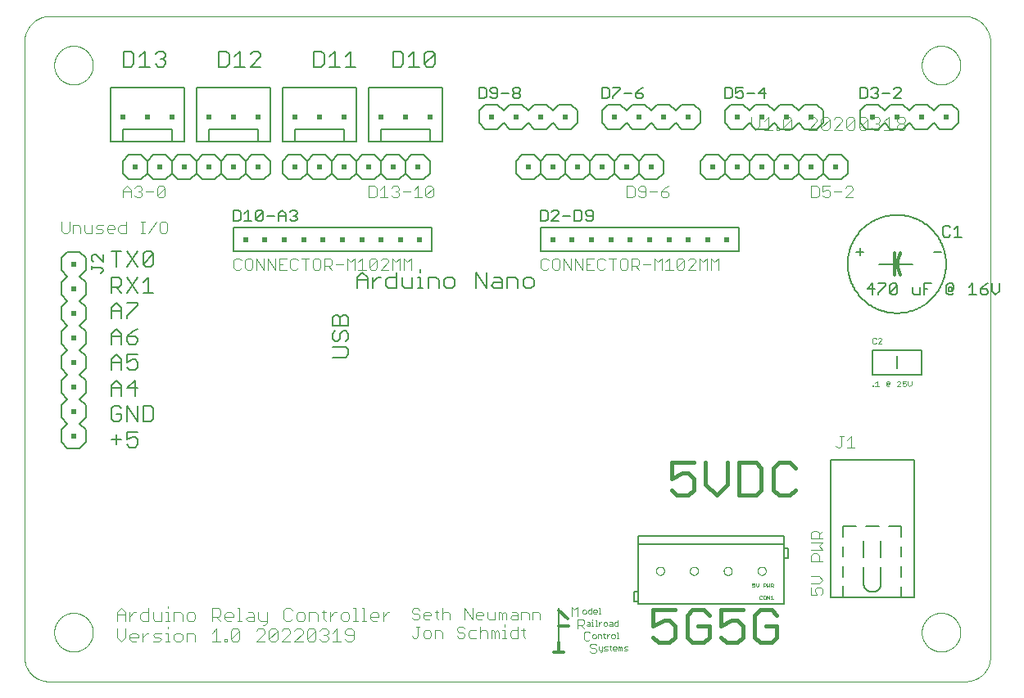
<source format=gto>
G75*
%MOIN*%
%OFA0B0*%
%FSLAX25Y25*%
%IPPOS*%
%LPD*%
%AMOC8*
5,1,8,0,0,1.08239X$1,22.5*
%
%ADD10C,0.00600*%
%ADD11C,0.00400*%
%ADD12C,0.01500*%
%ADD13C,0.00700*%
%ADD14C,0.00800*%
%ADD15C,0.00000*%
%ADD16C,0.00004*%
%ADD17C,0.00100*%
%ADD18C,0.01200*%
%ADD19C,0.00500*%
%ADD20C,0.00200*%
%ADD21R,0.02000X0.02000*%
%ADD22R,0.02300X0.02300*%
%ADD23C,0.00300*%
D10*
X0130295Y0137018D02*
X0135632Y0137018D01*
X0136700Y0138086D01*
X0136700Y0140221D01*
X0135632Y0141288D01*
X0130295Y0141288D01*
X0131362Y0143463D02*
X0132430Y0143463D01*
X0133497Y0144531D01*
X0133497Y0146666D01*
X0134565Y0147734D01*
X0135632Y0147734D01*
X0136700Y0146666D01*
X0136700Y0144531D01*
X0135632Y0143463D01*
X0131362Y0143463D02*
X0130295Y0144531D01*
X0130295Y0146666D01*
X0131362Y0147734D01*
X0130295Y0149909D02*
X0130295Y0153112D01*
X0131362Y0154179D01*
X0132430Y0154179D01*
X0133497Y0153112D01*
X0133497Y0149909D01*
X0130295Y0149909D02*
X0136700Y0149909D01*
X0136700Y0153112D01*
X0135632Y0154179D01*
X0134565Y0154179D01*
X0133497Y0153112D01*
X0140300Y0165300D02*
X0140300Y0169570D01*
X0142435Y0171705D01*
X0144570Y0169570D01*
X0144570Y0165300D01*
X0146745Y0165300D02*
X0146745Y0169570D01*
X0146745Y0167435D02*
X0148881Y0169570D01*
X0149948Y0169570D01*
X0152117Y0168503D02*
X0153184Y0169570D01*
X0156387Y0169570D01*
X0156387Y0171705D02*
X0156387Y0165300D01*
X0153184Y0165300D01*
X0152117Y0166368D01*
X0152117Y0168503D01*
X0144570Y0168503D02*
X0140300Y0168503D01*
X0158562Y0169570D02*
X0158562Y0166368D01*
X0159630Y0165300D01*
X0162833Y0165300D01*
X0162833Y0169570D01*
X0165008Y0169570D02*
X0166075Y0169570D01*
X0166075Y0165300D01*
X0165008Y0165300D02*
X0167143Y0165300D01*
X0169305Y0165300D02*
X0169305Y0169570D01*
X0172507Y0169570D01*
X0173575Y0168503D01*
X0173575Y0165300D01*
X0175750Y0166368D02*
X0175750Y0168503D01*
X0176818Y0169570D01*
X0178953Y0169570D01*
X0180021Y0168503D01*
X0180021Y0166368D01*
X0178953Y0165300D01*
X0176818Y0165300D01*
X0175750Y0166368D01*
X0166075Y0171705D02*
X0166075Y0172773D01*
X0188641Y0171705D02*
X0188641Y0165300D01*
X0192912Y0165300D02*
X0192912Y0171705D01*
X0196154Y0169570D02*
X0198289Y0169570D01*
X0199357Y0168503D01*
X0199357Y0165300D01*
X0196154Y0165300D01*
X0195087Y0166368D01*
X0196154Y0167435D01*
X0199357Y0167435D01*
X0201532Y0165300D02*
X0201532Y0169570D01*
X0204735Y0169570D01*
X0205803Y0168503D01*
X0205803Y0165300D01*
X0207978Y0166368D02*
X0207978Y0168503D01*
X0209045Y0169570D01*
X0211180Y0169570D01*
X0212248Y0168503D01*
X0212248Y0166368D01*
X0211180Y0165300D01*
X0209045Y0165300D01*
X0207978Y0166368D01*
X0192912Y0165300D02*
X0188641Y0171705D01*
X0343500Y0180000D02*
X0346500Y0180000D01*
X0345000Y0181500D02*
X0345000Y0178500D01*
X0352689Y0175000D02*
X0366500Y0175000D01*
X0340000Y0175000D02*
X0340006Y0175491D01*
X0340024Y0175981D01*
X0340054Y0176471D01*
X0340096Y0176960D01*
X0340150Y0177448D01*
X0340216Y0177935D01*
X0340294Y0178419D01*
X0340384Y0178902D01*
X0340486Y0179382D01*
X0340599Y0179860D01*
X0340724Y0180334D01*
X0340861Y0180806D01*
X0341009Y0181274D01*
X0341169Y0181738D01*
X0341340Y0182198D01*
X0341522Y0182654D01*
X0341716Y0183105D01*
X0341920Y0183551D01*
X0342136Y0183992D01*
X0342362Y0184428D01*
X0342598Y0184858D01*
X0342845Y0185282D01*
X0343103Y0185700D01*
X0343371Y0186111D01*
X0343648Y0186516D01*
X0343936Y0186914D01*
X0344233Y0187305D01*
X0344540Y0187688D01*
X0344856Y0188063D01*
X0345181Y0188431D01*
X0345515Y0188791D01*
X0345858Y0189142D01*
X0346209Y0189485D01*
X0346569Y0189819D01*
X0346937Y0190144D01*
X0347312Y0190460D01*
X0347695Y0190767D01*
X0348086Y0191064D01*
X0348484Y0191352D01*
X0348889Y0191629D01*
X0349300Y0191897D01*
X0349718Y0192155D01*
X0350142Y0192402D01*
X0350572Y0192638D01*
X0351008Y0192864D01*
X0351449Y0193080D01*
X0351895Y0193284D01*
X0352346Y0193478D01*
X0352802Y0193660D01*
X0353262Y0193831D01*
X0353726Y0193991D01*
X0354194Y0194139D01*
X0354666Y0194276D01*
X0355140Y0194401D01*
X0355618Y0194514D01*
X0356098Y0194616D01*
X0356581Y0194706D01*
X0357065Y0194784D01*
X0357552Y0194850D01*
X0358040Y0194904D01*
X0358529Y0194946D01*
X0359019Y0194976D01*
X0359509Y0194994D01*
X0360000Y0195000D01*
X0360491Y0194994D01*
X0360981Y0194976D01*
X0361471Y0194946D01*
X0361960Y0194904D01*
X0362448Y0194850D01*
X0362935Y0194784D01*
X0363419Y0194706D01*
X0363902Y0194616D01*
X0364382Y0194514D01*
X0364860Y0194401D01*
X0365334Y0194276D01*
X0365806Y0194139D01*
X0366274Y0193991D01*
X0366738Y0193831D01*
X0367198Y0193660D01*
X0367654Y0193478D01*
X0368105Y0193284D01*
X0368551Y0193080D01*
X0368992Y0192864D01*
X0369428Y0192638D01*
X0369858Y0192402D01*
X0370282Y0192155D01*
X0370700Y0191897D01*
X0371111Y0191629D01*
X0371516Y0191352D01*
X0371914Y0191064D01*
X0372305Y0190767D01*
X0372688Y0190460D01*
X0373063Y0190144D01*
X0373431Y0189819D01*
X0373791Y0189485D01*
X0374142Y0189142D01*
X0374485Y0188791D01*
X0374819Y0188431D01*
X0375144Y0188063D01*
X0375460Y0187688D01*
X0375767Y0187305D01*
X0376064Y0186914D01*
X0376352Y0186516D01*
X0376629Y0186111D01*
X0376897Y0185700D01*
X0377155Y0185282D01*
X0377402Y0184858D01*
X0377638Y0184428D01*
X0377864Y0183992D01*
X0378080Y0183551D01*
X0378284Y0183105D01*
X0378478Y0182654D01*
X0378660Y0182198D01*
X0378831Y0181738D01*
X0378991Y0181274D01*
X0379139Y0180806D01*
X0379276Y0180334D01*
X0379401Y0179860D01*
X0379514Y0179382D01*
X0379616Y0178902D01*
X0379706Y0178419D01*
X0379784Y0177935D01*
X0379850Y0177448D01*
X0379904Y0176960D01*
X0379946Y0176471D01*
X0379976Y0175981D01*
X0379994Y0175491D01*
X0380000Y0175000D01*
X0379994Y0174509D01*
X0379976Y0174019D01*
X0379946Y0173529D01*
X0379904Y0173040D01*
X0379850Y0172552D01*
X0379784Y0172065D01*
X0379706Y0171581D01*
X0379616Y0171098D01*
X0379514Y0170618D01*
X0379401Y0170140D01*
X0379276Y0169666D01*
X0379139Y0169194D01*
X0378991Y0168726D01*
X0378831Y0168262D01*
X0378660Y0167802D01*
X0378478Y0167346D01*
X0378284Y0166895D01*
X0378080Y0166449D01*
X0377864Y0166008D01*
X0377638Y0165572D01*
X0377402Y0165142D01*
X0377155Y0164718D01*
X0376897Y0164300D01*
X0376629Y0163889D01*
X0376352Y0163484D01*
X0376064Y0163086D01*
X0375767Y0162695D01*
X0375460Y0162312D01*
X0375144Y0161937D01*
X0374819Y0161569D01*
X0374485Y0161209D01*
X0374142Y0160858D01*
X0373791Y0160515D01*
X0373431Y0160181D01*
X0373063Y0159856D01*
X0372688Y0159540D01*
X0372305Y0159233D01*
X0371914Y0158936D01*
X0371516Y0158648D01*
X0371111Y0158371D01*
X0370700Y0158103D01*
X0370282Y0157845D01*
X0369858Y0157598D01*
X0369428Y0157362D01*
X0368992Y0157136D01*
X0368551Y0156920D01*
X0368105Y0156716D01*
X0367654Y0156522D01*
X0367198Y0156340D01*
X0366738Y0156169D01*
X0366274Y0156009D01*
X0365806Y0155861D01*
X0365334Y0155724D01*
X0364860Y0155599D01*
X0364382Y0155486D01*
X0363902Y0155384D01*
X0363419Y0155294D01*
X0362935Y0155216D01*
X0362448Y0155150D01*
X0361960Y0155096D01*
X0361471Y0155054D01*
X0360981Y0155024D01*
X0360491Y0155006D01*
X0360000Y0155000D01*
X0359509Y0155006D01*
X0359019Y0155024D01*
X0358529Y0155054D01*
X0358040Y0155096D01*
X0357552Y0155150D01*
X0357065Y0155216D01*
X0356581Y0155294D01*
X0356098Y0155384D01*
X0355618Y0155486D01*
X0355140Y0155599D01*
X0354666Y0155724D01*
X0354194Y0155861D01*
X0353726Y0156009D01*
X0353262Y0156169D01*
X0352802Y0156340D01*
X0352346Y0156522D01*
X0351895Y0156716D01*
X0351449Y0156920D01*
X0351008Y0157136D01*
X0350572Y0157362D01*
X0350142Y0157598D01*
X0349718Y0157845D01*
X0349300Y0158103D01*
X0348889Y0158371D01*
X0348484Y0158648D01*
X0348086Y0158936D01*
X0347695Y0159233D01*
X0347312Y0159540D01*
X0346937Y0159856D01*
X0346569Y0160181D01*
X0346209Y0160515D01*
X0345858Y0160858D01*
X0345515Y0161209D01*
X0345181Y0161569D01*
X0344856Y0161937D01*
X0344540Y0162312D01*
X0344233Y0162695D01*
X0343936Y0163086D01*
X0343648Y0163484D01*
X0343371Y0163889D01*
X0343103Y0164300D01*
X0342845Y0164718D01*
X0342598Y0165142D01*
X0342362Y0165572D01*
X0342136Y0166008D01*
X0341920Y0166449D01*
X0341716Y0166895D01*
X0341522Y0167346D01*
X0341340Y0167802D01*
X0341169Y0168262D01*
X0341009Y0168726D01*
X0340861Y0169194D01*
X0340724Y0169666D01*
X0340599Y0170140D01*
X0340486Y0170618D01*
X0340384Y0171098D01*
X0340294Y0171581D01*
X0340216Y0172065D01*
X0340150Y0172552D01*
X0340096Y0173040D01*
X0340054Y0173529D01*
X0340024Y0174019D01*
X0340006Y0174509D01*
X0340000Y0175000D01*
X0374996Y0180000D02*
X0377996Y0180000D01*
D11*
X0342081Y0202200D02*
X0339012Y0202200D01*
X0342081Y0205269D01*
X0342081Y0206037D01*
X0341314Y0206804D01*
X0339779Y0206804D01*
X0339012Y0206037D01*
X0337477Y0204502D02*
X0334408Y0204502D01*
X0332873Y0204502D02*
X0332873Y0202967D01*
X0332106Y0202200D01*
X0330571Y0202200D01*
X0329804Y0202967D01*
X0328269Y0202967D02*
X0328269Y0206037D01*
X0327502Y0206804D01*
X0325200Y0206804D01*
X0325200Y0202200D01*
X0327502Y0202200D01*
X0328269Y0202967D01*
X0329804Y0204502D02*
X0331339Y0205269D01*
X0332106Y0205269D01*
X0332873Y0204502D01*
X0332873Y0206804D02*
X0329804Y0206804D01*
X0329804Y0204502D01*
X0329973Y0229600D02*
X0329105Y0230467D01*
X0332575Y0233937D01*
X0332575Y0230467D01*
X0331707Y0229600D01*
X0329973Y0229600D01*
X0329105Y0230467D02*
X0329105Y0233937D01*
X0329973Y0234804D01*
X0331707Y0234804D01*
X0332575Y0233937D01*
X0334262Y0233937D02*
X0335129Y0234804D01*
X0336864Y0234804D01*
X0337731Y0233937D01*
X0337731Y0233070D01*
X0334262Y0229600D01*
X0337731Y0229600D01*
X0339418Y0230467D02*
X0342888Y0233937D01*
X0342888Y0230467D01*
X0342020Y0229600D01*
X0340285Y0229600D01*
X0339418Y0230467D01*
X0339418Y0233937D01*
X0340285Y0234804D01*
X0342020Y0234804D01*
X0342888Y0233937D01*
X0344574Y0233937D02*
X0344574Y0230467D01*
X0348044Y0233937D01*
X0348044Y0230467D01*
X0347177Y0229600D01*
X0345442Y0229600D01*
X0344574Y0230467D01*
X0344574Y0233937D02*
X0345442Y0234804D01*
X0347177Y0234804D01*
X0348044Y0233937D01*
X0349731Y0233937D02*
X0350598Y0234804D01*
X0352333Y0234804D01*
X0353200Y0233937D01*
X0353200Y0233070D01*
X0352333Y0232202D01*
X0353200Y0231335D01*
X0353200Y0230467D01*
X0352333Y0229600D01*
X0350598Y0229600D01*
X0349731Y0230467D01*
X0351466Y0232202D02*
X0352333Y0232202D01*
X0354887Y0233070D02*
X0356622Y0234804D01*
X0356622Y0229600D01*
X0354887Y0229600D02*
X0358357Y0229600D01*
X0360043Y0230467D02*
X0360043Y0231335D01*
X0360911Y0232202D01*
X0362646Y0232202D01*
X0363513Y0231335D01*
X0363513Y0230467D01*
X0362646Y0229600D01*
X0360911Y0229600D01*
X0360043Y0230467D01*
X0360911Y0232202D02*
X0360043Y0233070D01*
X0360043Y0233937D01*
X0360911Y0234804D01*
X0362646Y0234804D01*
X0363513Y0233937D01*
X0363513Y0233070D01*
X0362646Y0232202D01*
X0327418Y0233070D02*
X0327418Y0233937D01*
X0326551Y0234804D01*
X0324816Y0234804D01*
X0323949Y0233937D01*
X0327418Y0233070D02*
X0323949Y0229600D01*
X0327418Y0229600D01*
X0317106Y0230467D02*
X0316238Y0229600D01*
X0314503Y0229600D01*
X0313636Y0230467D01*
X0317106Y0233937D01*
X0317106Y0230467D01*
X0317106Y0233937D02*
X0316238Y0234804D01*
X0314503Y0234804D01*
X0313636Y0233937D01*
X0313636Y0230467D01*
X0311925Y0230467D02*
X0311925Y0229600D01*
X0311058Y0229600D01*
X0311058Y0230467D01*
X0311925Y0230467D01*
X0309371Y0229600D02*
X0305901Y0229600D01*
X0307636Y0229600D02*
X0307636Y0234804D01*
X0305901Y0233070D01*
X0304215Y0234804D02*
X0304215Y0231335D01*
X0302480Y0229600D01*
X0300745Y0231335D01*
X0300745Y0234804D01*
X0267081Y0206804D02*
X0265546Y0206037D01*
X0264012Y0204502D01*
X0266314Y0204502D01*
X0267081Y0203735D01*
X0267081Y0202967D01*
X0266314Y0202200D01*
X0264779Y0202200D01*
X0264012Y0202967D01*
X0264012Y0204502D01*
X0262477Y0204502D02*
X0259408Y0204502D01*
X0257873Y0204502D02*
X0255571Y0204502D01*
X0254804Y0205269D01*
X0254804Y0206037D01*
X0255571Y0206804D01*
X0257106Y0206804D01*
X0257873Y0206037D01*
X0257873Y0202967D01*
X0257106Y0202200D01*
X0255571Y0202200D01*
X0254804Y0202967D01*
X0253269Y0202967D02*
X0252502Y0202200D01*
X0250200Y0202200D01*
X0250200Y0206804D01*
X0252502Y0206804D01*
X0253269Y0206037D01*
X0253269Y0202967D01*
X0254333Y0177304D02*
X0255101Y0176537D01*
X0255101Y0175002D01*
X0254333Y0174235D01*
X0252031Y0174235D01*
X0252031Y0172700D02*
X0252031Y0177304D01*
X0254333Y0177304D01*
X0253566Y0174235D02*
X0255101Y0172700D01*
X0256635Y0175002D02*
X0259705Y0175002D01*
X0261239Y0177304D02*
X0262774Y0175769D01*
X0264309Y0177304D01*
X0264309Y0172700D01*
X0265843Y0172700D02*
X0268912Y0172700D01*
X0267378Y0172700D02*
X0267378Y0177304D01*
X0265843Y0175769D01*
X0270447Y0176537D02*
X0271214Y0177304D01*
X0272749Y0177304D01*
X0273516Y0176537D01*
X0270447Y0173467D01*
X0271214Y0172700D01*
X0272749Y0172700D01*
X0273516Y0173467D01*
X0273516Y0176537D01*
X0275051Y0176537D02*
X0275818Y0177304D01*
X0277353Y0177304D01*
X0278120Y0176537D01*
X0278120Y0175769D01*
X0275051Y0172700D01*
X0278120Y0172700D01*
X0279655Y0172700D02*
X0279655Y0177304D01*
X0281190Y0175769D01*
X0282724Y0177304D01*
X0282724Y0172700D01*
X0284259Y0172700D02*
X0284259Y0177304D01*
X0285794Y0175769D01*
X0287328Y0177304D01*
X0287328Y0172700D01*
X0270447Y0173467D02*
X0270447Y0176537D01*
X0261239Y0177304D02*
X0261239Y0172700D01*
X0250497Y0173467D02*
X0250497Y0176537D01*
X0249729Y0177304D01*
X0248195Y0177304D01*
X0247427Y0176537D01*
X0247427Y0173467D01*
X0248195Y0172700D01*
X0249729Y0172700D01*
X0250497Y0173467D01*
X0245893Y0177304D02*
X0242824Y0177304D01*
X0244358Y0177304D02*
X0244358Y0172700D01*
X0241289Y0173467D02*
X0240522Y0172700D01*
X0238987Y0172700D01*
X0238220Y0173467D01*
X0238220Y0176537D01*
X0238987Y0177304D01*
X0240522Y0177304D01*
X0241289Y0176537D01*
X0236685Y0177304D02*
X0233616Y0177304D01*
X0233616Y0172700D01*
X0236685Y0172700D01*
X0235150Y0175002D02*
X0233616Y0175002D01*
X0232081Y0172700D02*
X0232081Y0177304D01*
X0229012Y0177304D02*
X0232081Y0172700D01*
X0229012Y0172700D02*
X0229012Y0177304D01*
X0227477Y0177304D02*
X0227477Y0172700D01*
X0224408Y0177304D01*
X0224408Y0172700D01*
X0222873Y0173467D02*
X0222106Y0172700D01*
X0220571Y0172700D01*
X0219804Y0173467D01*
X0219804Y0176537D01*
X0220571Y0177304D01*
X0222106Y0177304D01*
X0222873Y0176537D01*
X0222873Y0173467D01*
X0218269Y0173467D02*
X0217502Y0172700D01*
X0215967Y0172700D01*
X0215200Y0173467D01*
X0215200Y0176537D01*
X0215967Y0177304D01*
X0217502Y0177304D01*
X0218269Y0176537D01*
X0171289Y0202967D02*
X0170522Y0202200D01*
X0168987Y0202200D01*
X0168220Y0202967D01*
X0171289Y0206037D01*
X0171289Y0202967D01*
X0168220Y0202967D02*
X0168220Y0206037D01*
X0168987Y0206804D01*
X0170522Y0206804D01*
X0171289Y0206037D01*
X0166685Y0202200D02*
X0163616Y0202200D01*
X0165150Y0202200D02*
X0165150Y0206804D01*
X0163616Y0205269D01*
X0162081Y0204502D02*
X0159012Y0204502D01*
X0157477Y0205269D02*
X0156710Y0204502D01*
X0157477Y0203735D01*
X0157477Y0202967D01*
X0156710Y0202200D01*
X0155175Y0202200D01*
X0154408Y0202967D01*
X0152873Y0202200D02*
X0149804Y0202200D01*
X0151339Y0202200D02*
X0151339Y0206804D01*
X0149804Y0205269D01*
X0148269Y0206037D02*
X0147502Y0206804D01*
X0145200Y0206804D01*
X0145200Y0202200D01*
X0147502Y0202200D01*
X0148269Y0202967D01*
X0148269Y0206037D01*
X0154408Y0206037D02*
X0155175Y0206804D01*
X0156710Y0206804D01*
X0157477Y0206037D01*
X0157477Y0205269D01*
X0156710Y0204502D02*
X0155942Y0204502D01*
X0154655Y0177304D02*
X0156190Y0175769D01*
X0157724Y0177304D01*
X0157724Y0172700D01*
X0159259Y0172700D02*
X0159259Y0177304D01*
X0160794Y0175769D01*
X0162328Y0177304D01*
X0162328Y0172700D01*
X0154655Y0172700D02*
X0154655Y0177304D01*
X0153120Y0176537D02*
X0152353Y0177304D01*
X0150818Y0177304D01*
X0150051Y0176537D01*
X0148516Y0176537D02*
X0145447Y0173467D01*
X0146214Y0172700D01*
X0147749Y0172700D01*
X0148516Y0173467D01*
X0148516Y0176537D01*
X0147749Y0177304D01*
X0146214Y0177304D01*
X0145447Y0176537D01*
X0145447Y0173467D01*
X0143912Y0172700D02*
X0140843Y0172700D01*
X0139309Y0172700D02*
X0139309Y0177304D01*
X0137774Y0175769D01*
X0136239Y0177304D01*
X0136239Y0172700D01*
X0134705Y0175002D02*
X0131635Y0175002D01*
X0130101Y0175002D02*
X0130101Y0176537D01*
X0129333Y0177304D01*
X0127031Y0177304D01*
X0127031Y0172700D01*
X0127031Y0174235D02*
X0129333Y0174235D01*
X0130101Y0175002D01*
X0128566Y0174235D02*
X0130101Y0172700D01*
X0125497Y0173467D02*
X0125497Y0176537D01*
X0124729Y0177304D01*
X0123195Y0177304D01*
X0122427Y0176537D01*
X0122427Y0173467D01*
X0123195Y0172700D01*
X0124729Y0172700D01*
X0125497Y0173467D01*
X0120893Y0177304D02*
X0117824Y0177304D01*
X0119358Y0177304D02*
X0119358Y0172700D01*
X0116289Y0173467D02*
X0115522Y0172700D01*
X0113987Y0172700D01*
X0113220Y0173467D01*
X0113220Y0176537D01*
X0113987Y0177304D01*
X0115522Y0177304D01*
X0116289Y0176537D01*
X0111685Y0177304D02*
X0108616Y0177304D01*
X0108616Y0172700D01*
X0111685Y0172700D01*
X0110150Y0175002D02*
X0108616Y0175002D01*
X0107081Y0172700D02*
X0107081Y0177304D01*
X0104012Y0177304D02*
X0107081Y0172700D01*
X0104012Y0172700D02*
X0104012Y0177304D01*
X0102477Y0177304D02*
X0102477Y0172700D01*
X0099408Y0177304D01*
X0099408Y0172700D01*
X0097873Y0173467D02*
X0097873Y0176537D01*
X0097106Y0177304D01*
X0095571Y0177304D01*
X0094804Y0176537D01*
X0094804Y0173467D01*
X0095571Y0172700D01*
X0097106Y0172700D01*
X0097873Y0173467D01*
X0093269Y0173467D02*
X0092502Y0172700D01*
X0090967Y0172700D01*
X0090200Y0173467D01*
X0090200Y0176537D01*
X0090967Y0177304D01*
X0092502Y0177304D01*
X0093269Y0176537D01*
X0063170Y0188467D02*
X0062403Y0187700D01*
X0060868Y0187700D01*
X0060101Y0188467D01*
X0060101Y0191537D01*
X0060868Y0192304D01*
X0062403Y0192304D01*
X0063170Y0191537D01*
X0063170Y0188467D01*
X0058566Y0192304D02*
X0055497Y0187700D01*
X0053962Y0187700D02*
X0052427Y0187700D01*
X0053195Y0187700D02*
X0053195Y0192304D01*
X0053962Y0192304D02*
X0052427Y0192304D01*
X0046289Y0192304D02*
X0046289Y0187700D01*
X0043987Y0187700D01*
X0043220Y0188467D01*
X0043220Y0190002D01*
X0043987Y0190769D01*
X0046289Y0190769D01*
X0041685Y0190002D02*
X0041685Y0189235D01*
X0038616Y0189235D01*
X0038616Y0190002D02*
X0039383Y0190769D01*
X0040918Y0190769D01*
X0041685Y0190002D01*
X0040918Y0187700D02*
X0039383Y0187700D01*
X0038616Y0188467D01*
X0038616Y0190002D01*
X0037081Y0190769D02*
X0034779Y0190769D01*
X0034012Y0190002D01*
X0034779Y0189235D01*
X0036314Y0189235D01*
X0037081Y0188467D01*
X0036314Y0187700D01*
X0034012Y0187700D01*
X0032477Y0187700D02*
X0032477Y0190769D01*
X0032477Y0187700D02*
X0030175Y0187700D01*
X0029408Y0188467D01*
X0029408Y0190769D01*
X0027873Y0190002D02*
X0027873Y0187700D01*
X0027873Y0190002D02*
X0027106Y0190769D01*
X0024804Y0190769D01*
X0024804Y0187700D01*
X0023269Y0188467D02*
X0022502Y0187700D01*
X0020967Y0187700D01*
X0020200Y0188467D01*
X0020200Y0192304D01*
X0023269Y0192304D02*
X0023269Y0188467D01*
X0045200Y0202200D02*
X0045200Y0205269D01*
X0046735Y0206804D01*
X0048269Y0205269D01*
X0048269Y0202200D01*
X0049804Y0202967D02*
X0050571Y0202200D01*
X0052106Y0202200D01*
X0052873Y0202967D01*
X0052873Y0203735D01*
X0052106Y0204502D01*
X0051339Y0204502D01*
X0052106Y0204502D02*
X0052873Y0205269D01*
X0052873Y0206037D01*
X0052106Y0206804D01*
X0050571Y0206804D01*
X0049804Y0206037D01*
X0048269Y0204502D02*
X0045200Y0204502D01*
X0054408Y0204502D02*
X0057477Y0204502D01*
X0059012Y0202967D02*
X0059012Y0206037D01*
X0059779Y0206804D01*
X0061314Y0206804D01*
X0062081Y0206037D01*
X0059012Y0202967D01*
X0059779Y0202200D01*
X0061314Y0202200D01*
X0062081Y0202967D01*
X0062081Y0206037D01*
X0140843Y0175769D02*
X0142378Y0177304D01*
X0142378Y0172700D01*
X0150051Y0172700D02*
X0153120Y0175769D01*
X0153120Y0176537D01*
X0153120Y0172700D02*
X0150051Y0172700D01*
X0325196Y0065522D02*
X0325196Y0063220D01*
X0329800Y0063220D01*
X0328265Y0063220D02*
X0328265Y0065522D01*
X0327498Y0066289D01*
X0325963Y0066289D01*
X0325196Y0065522D01*
X0328265Y0064754D02*
X0329800Y0066289D01*
X0329800Y0061685D02*
X0325196Y0061685D01*
X0325196Y0058616D02*
X0329800Y0058616D01*
X0328265Y0060150D01*
X0329800Y0061685D01*
X0327498Y0057081D02*
X0325963Y0057081D01*
X0325196Y0056314D01*
X0325196Y0054012D01*
X0329800Y0054012D01*
X0328265Y0054012D02*
X0328265Y0056314D01*
X0327498Y0057081D01*
X0328265Y0047873D02*
X0325196Y0047873D01*
X0325196Y0044804D02*
X0328265Y0044804D01*
X0329800Y0046339D01*
X0328265Y0047873D01*
X0327498Y0043269D02*
X0329033Y0043269D01*
X0329800Y0042502D01*
X0329800Y0040967D01*
X0329033Y0040200D01*
X0327498Y0040200D02*
X0326731Y0041735D01*
X0326731Y0042502D01*
X0327498Y0043269D01*
X0325196Y0043269D02*
X0325196Y0040200D01*
X0327498Y0040200D01*
X0335967Y0100200D02*
X0336735Y0100200D01*
X0337502Y0100967D01*
X0337502Y0104804D01*
X0336735Y0104804D02*
X0338269Y0104804D01*
X0339804Y0103269D02*
X0341339Y0104804D01*
X0341339Y0100200D01*
X0342873Y0100200D02*
X0339804Y0100200D01*
X0335967Y0100200D02*
X0335200Y0100967D01*
X0214878Y0032502D02*
X0214878Y0030200D01*
X0214878Y0032502D02*
X0214110Y0033269D01*
X0211809Y0033269D01*
X0211809Y0030200D01*
X0210274Y0030200D02*
X0210274Y0032502D01*
X0209507Y0033269D01*
X0207205Y0033269D01*
X0207205Y0030200D01*
X0205670Y0030200D02*
X0203368Y0030200D01*
X0202601Y0030967D01*
X0203368Y0031735D01*
X0205670Y0031735D01*
X0205670Y0032502D02*
X0205670Y0030200D01*
X0205670Y0032502D02*
X0204903Y0033269D01*
X0203368Y0033269D01*
X0201066Y0032502D02*
X0201066Y0030200D01*
X0199531Y0030200D02*
X0199531Y0032502D01*
X0200299Y0033269D01*
X0201066Y0032502D01*
X0199531Y0032502D02*
X0198764Y0033269D01*
X0197997Y0033269D01*
X0197997Y0030200D01*
X0196462Y0030200D02*
X0196462Y0033269D01*
X0196462Y0030200D02*
X0194160Y0030200D01*
X0193393Y0030967D01*
X0193393Y0033269D01*
X0191858Y0032502D02*
X0191858Y0031735D01*
X0188789Y0031735D01*
X0188789Y0032502D02*
X0188789Y0030967D01*
X0189556Y0030200D01*
X0191091Y0030200D01*
X0191858Y0032502D02*
X0191091Y0033269D01*
X0189556Y0033269D01*
X0188789Y0032502D01*
X0187254Y0030200D02*
X0187254Y0034804D01*
X0184185Y0034804D02*
X0184185Y0030200D01*
X0183418Y0027304D02*
X0181883Y0027304D01*
X0181116Y0026537D01*
X0181116Y0025769D01*
X0181883Y0025002D01*
X0183418Y0025002D01*
X0184185Y0024235D01*
X0184185Y0023467D01*
X0183418Y0022700D01*
X0181883Y0022700D01*
X0181116Y0023467D01*
X0185720Y0023467D02*
X0185720Y0025002D01*
X0186487Y0025769D01*
X0188789Y0025769D01*
X0190324Y0025002D02*
X0191091Y0025769D01*
X0192626Y0025769D01*
X0193393Y0025002D01*
X0193393Y0022700D01*
X0194927Y0022700D02*
X0194927Y0025769D01*
X0195695Y0025769D01*
X0196462Y0025002D01*
X0197229Y0025769D01*
X0197997Y0025002D01*
X0197997Y0022700D01*
X0199531Y0022700D02*
X0201066Y0022700D01*
X0200299Y0022700D02*
X0200299Y0025769D01*
X0199531Y0025769D01*
X0200299Y0027304D02*
X0200299Y0028071D01*
X0203368Y0025769D02*
X0205670Y0025769D01*
X0207205Y0025769D02*
X0208739Y0025769D01*
X0207972Y0026537D02*
X0207972Y0023467D01*
X0208739Y0022700D01*
X0205670Y0022700D02*
X0203368Y0022700D01*
X0202601Y0023467D01*
X0202601Y0025002D01*
X0203368Y0025769D01*
X0205670Y0027304D02*
X0205670Y0022700D01*
X0196462Y0022700D02*
X0196462Y0025002D01*
X0190324Y0027304D02*
X0190324Y0022700D01*
X0188789Y0022700D02*
X0186487Y0022700D01*
X0185720Y0023467D01*
X0184185Y0026537D02*
X0183418Y0027304D01*
X0187254Y0030200D02*
X0184185Y0034804D01*
X0178046Y0032502D02*
X0178046Y0030200D01*
X0178046Y0032502D02*
X0177279Y0033269D01*
X0175744Y0033269D01*
X0174977Y0032502D01*
X0173442Y0033269D02*
X0171908Y0033269D01*
X0172675Y0034037D02*
X0172675Y0030967D01*
X0173442Y0030200D01*
X0174977Y0030200D02*
X0174977Y0034804D01*
X0170373Y0032502D02*
X0170373Y0031735D01*
X0167304Y0031735D01*
X0167304Y0032502D02*
X0167304Y0030967D01*
X0168071Y0030200D01*
X0169606Y0030200D01*
X0170373Y0032502D02*
X0169606Y0033269D01*
X0168071Y0033269D01*
X0167304Y0032502D01*
X0165769Y0031735D02*
X0165769Y0030967D01*
X0165002Y0030200D01*
X0163467Y0030200D01*
X0162700Y0030967D01*
X0163467Y0032502D02*
X0165002Y0032502D01*
X0165769Y0031735D01*
X0165769Y0034037D02*
X0165002Y0034804D01*
X0163467Y0034804D01*
X0162700Y0034037D01*
X0162700Y0033269D01*
X0163467Y0032502D01*
X0164235Y0027304D02*
X0165769Y0027304D01*
X0165002Y0027304D02*
X0165002Y0023467D01*
X0164235Y0022700D01*
X0163467Y0022700D01*
X0162700Y0023467D01*
X0167304Y0023467D02*
X0167304Y0025002D01*
X0168071Y0025769D01*
X0169606Y0025769D01*
X0170373Y0025002D01*
X0170373Y0023467D01*
X0169606Y0022700D01*
X0168071Y0022700D01*
X0167304Y0023467D01*
X0171908Y0022700D02*
X0171908Y0025769D01*
X0174210Y0025769D01*
X0174977Y0025002D01*
X0174977Y0022700D01*
X0153505Y0033070D02*
X0152638Y0033070D01*
X0150903Y0031335D01*
X0149216Y0031335D02*
X0145746Y0031335D01*
X0145746Y0032202D02*
X0146614Y0033070D01*
X0148349Y0033070D01*
X0149216Y0032202D01*
X0149216Y0031335D01*
X0148349Y0029600D02*
X0146614Y0029600D01*
X0145746Y0030467D01*
X0145746Y0032202D01*
X0144044Y0029600D02*
X0142309Y0029600D01*
X0143176Y0029600D02*
X0143176Y0034804D01*
X0142309Y0034804D01*
X0139739Y0034804D02*
X0139739Y0029600D01*
X0140606Y0029600D02*
X0138871Y0029600D01*
X0137184Y0030467D02*
X0137184Y0032202D01*
X0136317Y0033070D01*
X0134582Y0033070D01*
X0133715Y0032202D01*
X0133715Y0030467D01*
X0134582Y0029600D01*
X0136317Y0029600D01*
X0137184Y0030467D01*
X0138871Y0034804D02*
X0139739Y0034804D01*
X0132020Y0033070D02*
X0131153Y0033070D01*
X0129418Y0031335D01*
X0129418Y0029600D02*
X0129418Y0033070D01*
X0127715Y0033070D02*
X0125980Y0033070D01*
X0126848Y0033937D02*
X0126848Y0030467D01*
X0127715Y0029600D01*
X0124293Y0029600D02*
X0124293Y0032202D01*
X0123426Y0033070D01*
X0120824Y0033070D01*
X0120824Y0029600D01*
X0119137Y0030467D02*
X0119137Y0032202D01*
X0118270Y0033070D01*
X0116535Y0033070D01*
X0115667Y0032202D01*
X0115667Y0030467D01*
X0116535Y0029600D01*
X0118270Y0029600D01*
X0119137Y0030467D01*
X0120832Y0026404D02*
X0122567Y0026404D01*
X0123434Y0025537D01*
X0119964Y0022067D01*
X0120832Y0021200D01*
X0122567Y0021200D01*
X0123434Y0022067D01*
X0123434Y0025537D01*
X0125121Y0025537D02*
X0125988Y0026404D01*
X0127723Y0026404D01*
X0128590Y0025537D01*
X0128590Y0024670D01*
X0127723Y0023802D01*
X0128590Y0022935D01*
X0128590Y0022067D01*
X0127723Y0021200D01*
X0125988Y0021200D01*
X0125121Y0022067D01*
X0126856Y0023802D02*
X0127723Y0023802D01*
X0130277Y0024670D02*
X0132012Y0026404D01*
X0132012Y0021200D01*
X0130277Y0021200D02*
X0133747Y0021200D01*
X0135434Y0022067D02*
X0136301Y0021200D01*
X0138036Y0021200D01*
X0138903Y0022067D01*
X0138903Y0025537D01*
X0138036Y0026404D01*
X0136301Y0026404D01*
X0135434Y0025537D01*
X0135434Y0024670D01*
X0136301Y0023802D01*
X0138903Y0023802D01*
X0150903Y0029600D02*
X0150903Y0033070D01*
X0120832Y0026404D02*
X0119964Y0025537D01*
X0119964Y0022067D01*
X0118278Y0021200D02*
X0114808Y0021200D01*
X0118278Y0024670D01*
X0118278Y0025537D01*
X0117410Y0026404D01*
X0115675Y0026404D01*
X0114808Y0025537D01*
X0113121Y0025537D02*
X0112254Y0026404D01*
X0110519Y0026404D01*
X0109652Y0025537D01*
X0107965Y0025537D02*
X0104495Y0022067D01*
X0105363Y0021200D01*
X0107097Y0021200D01*
X0107965Y0022067D01*
X0107965Y0025537D01*
X0107097Y0026404D01*
X0105363Y0026404D01*
X0104495Y0025537D01*
X0104495Y0022067D01*
X0102808Y0021200D02*
X0099339Y0021200D01*
X0102808Y0024670D01*
X0102808Y0025537D01*
X0101941Y0026404D01*
X0100206Y0026404D01*
X0099339Y0025537D01*
X0101933Y0027865D02*
X0102800Y0027865D01*
X0103668Y0028733D01*
X0103668Y0033070D01*
X0100198Y0033070D02*
X0100198Y0030467D01*
X0101066Y0029600D01*
X0103668Y0029600D01*
X0098511Y0029600D02*
X0095909Y0029600D01*
X0095042Y0030467D01*
X0095909Y0031335D01*
X0098511Y0031335D01*
X0098511Y0032202D02*
X0098511Y0029600D01*
X0098511Y0032202D02*
X0097644Y0033070D01*
X0095909Y0033070D01*
X0092472Y0034804D02*
X0092472Y0029600D01*
X0093339Y0029600D02*
X0091604Y0029600D01*
X0089917Y0031335D02*
X0086448Y0031335D01*
X0086448Y0032202D02*
X0087315Y0033070D01*
X0089050Y0033070D01*
X0089917Y0032202D01*
X0089917Y0031335D01*
X0089050Y0029600D02*
X0087315Y0029600D01*
X0086448Y0030467D01*
X0086448Y0032202D01*
X0084761Y0032202D02*
X0084761Y0033937D01*
X0083894Y0034804D01*
X0081291Y0034804D01*
X0081291Y0029600D01*
X0081291Y0031335D02*
X0083894Y0031335D01*
X0084761Y0032202D01*
X0083026Y0031335D02*
X0084761Y0029600D01*
X0083026Y0026404D02*
X0083026Y0021200D01*
X0081291Y0021200D02*
X0084761Y0021200D01*
X0086448Y0021200D02*
X0087315Y0021200D01*
X0087315Y0022067D01*
X0086448Y0022067D01*
X0086448Y0021200D01*
X0089026Y0022067D02*
X0092496Y0025537D01*
X0092496Y0022067D01*
X0091628Y0021200D01*
X0089893Y0021200D01*
X0089026Y0022067D01*
X0089026Y0025537D01*
X0089893Y0026404D01*
X0091628Y0026404D01*
X0092496Y0025537D01*
X0083026Y0026404D02*
X0081291Y0024670D01*
X0074448Y0023802D02*
X0074448Y0021200D01*
X0074448Y0023802D02*
X0073581Y0024670D01*
X0070979Y0024670D01*
X0070979Y0021200D01*
X0069292Y0022067D02*
X0069292Y0023802D01*
X0068424Y0024670D01*
X0066690Y0024670D01*
X0065822Y0023802D01*
X0065822Y0022067D01*
X0066690Y0021200D01*
X0068424Y0021200D01*
X0069292Y0022067D01*
X0064119Y0021200D02*
X0062385Y0021200D01*
X0063252Y0021200D02*
X0063252Y0024670D01*
X0062385Y0024670D01*
X0060698Y0024670D02*
X0058096Y0024670D01*
X0057228Y0023802D01*
X0058096Y0022935D01*
X0059830Y0022935D01*
X0060698Y0022067D01*
X0059830Y0021200D01*
X0057228Y0021200D01*
X0055533Y0024670D02*
X0054666Y0024670D01*
X0052931Y0022935D01*
X0051244Y0022935D02*
X0047775Y0022935D01*
X0047775Y0023802D02*
X0047775Y0022067D01*
X0048642Y0021200D01*
X0050377Y0021200D01*
X0051244Y0022935D02*
X0051244Y0023802D01*
X0050377Y0024670D01*
X0048642Y0024670D01*
X0047775Y0023802D01*
X0046088Y0022935D02*
X0046088Y0026404D01*
X0046088Y0022935D02*
X0044353Y0021200D01*
X0042618Y0022935D01*
X0042618Y0026404D01*
X0042618Y0029600D02*
X0042618Y0033070D01*
X0044353Y0034804D01*
X0046088Y0033070D01*
X0046088Y0029600D01*
X0047775Y0029600D02*
X0047775Y0033070D01*
X0049510Y0033070D02*
X0050377Y0033070D01*
X0049510Y0033070D02*
X0047775Y0031335D01*
X0046088Y0032202D02*
X0042618Y0032202D01*
X0052072Y0032202D02*
X0052939Y0033070D01*
X0055541Y0033070D01*
X0057228Y0033070D02*
X0057228Y0030467D01*
X0058096Y0029600D01*
X0060698Y0029600D01*
X0060698Y0033070D01*
X0062385Y0033070D02*
X0063252Y0033070D01*
X0063252Y0029600D01*
X0062385Y0029600D02*
X0064119Y0029600D01*
X0065822Y0029600D02*
X0065822Y0033070D01*
X0068424Y0033070D01*
X0069292Y0032202D01*
X0069292Y0029600D01*
X0070979Y0030467D02*
X0071846Y0029600D01*
X0073581Y0029600D01*
X0074448Y0030467D01*
X0074448Y0032202D01*
X0073581Y0033070D01*
X0071846Y0033070D01*
X0070979Y0032202D01*
X0070979Y0030467D01*
X0063252Y0027272D02*
X0063252Y0026404D01*
X0055541Y0029600D02*
X0052939Y0029600D01*
X0052072Y0030467D01*
X0052072Y0032202D01*
X0055541Y0034804D02*
X0055541Y0029600D01*
X0063252Y0034804D02*
X0063252Y0035672D01*
X0052931Y0024670D02*
X0052931Y0021200D01*
X0091604Y0034804D02*
X0092472Y0034804D01*
X0109652Y0021200D02*
X0113121Y0024670D01*
X0113121Y0025537D01*
X0113121Y0021200D02*
X0109652Y0021200D01*
X0111378Y0029600D02*
X0113113Y0029600D01*
X0113981Y0030467D01*
X0111378Y0029600D02*
X0110511Y0030467D01*
X0110511Y0033937D01*
X0111378Y0034804D01*
X0113113Y0034804D01*
X0113981Y0033937D01*
D12*
X0260750Y0034262D02*
X0260750Y0027506D01*
X0265254Y0029758D01*
X0267506Y0029758D01*
X0269758Y0027506D01*
X0269758Y0023002D01*
X0267506Y0020750D01*
X0263002Y0020750D01*
X0260750Y0023002D01*
X0274562Y0023002D02*
X0274562Y0032010D01*
X0276814Y0034262D01*
X0281318Y0034262D01*
X0283569Y0032010D01*
X0283569Y0027506D02*
X0279066Y0027506D01*
X0283569Y0027506D02*
X0283569Y0023002D01*
X0281318Y0020750D01*
X0276814Y0020750D01*
X0274562Y0023002D01*
X0269758Y0034262D02*
X0260750Y0034262D01*
X0288374Y0034262D02*
X0288374Y0027506D01*
X0292877Y0029758D01*
X0295129Y0029758D01*
X0297381Y0027506D01*
X0297381Y0023002D01*
X0295129Y0020750D01*
X0290626Y0020750D01*
X0288374Y0023002D01*
X0302185Y0023002D02*
X0302185Y0032010D01*
X0304437Y0034262D01*
X0308941Y0034262D01*
X0311193Y0032010D01*
X0311193Y0027506D02*
X0306689Y0027506D01*
X0311193Y0027506D02*
X0311193Y0023002D01*
X0308941Y0020750D01*
X0304437Y0020750D01*
X0302185Y0023002D01*
X0297381Y0034262D02*
X0288374Y0034262D01*
X0286566Y0080750D02*
X0291069Y0085254D01*
X0291069Y0094262D01*
X0295874Y0094262D02*
X0302629Y0094262D01*
X0304881Y0092010D01*
X0304881Y0083002D01*
X0302629Y0080750D01*
X0295874Y0080750D01*
X0295874Y0094262D01*
X0282062Y0094262D02*
X0282062Y0085254D01*
X0286566Y0080750D01*
X0277258Y0083002D02*
X0277258Y0087506D01*
X0275006Y0089758D01*
X0272754Y0089758D01*
X0268250Y0087506D01*
X0268250Y0094262D01*
X0277258Y0094262D01*
X0277258Y0083002D02*
X0275006Y0080750D01*
X0270502Y0080750D01*
X0268250Y0083002D01*
X0309685Y0083002D02*
X0311937Y0080750D01*
X0316441Y0080750D01*
X0318693Y0083002D01*
X0309685Y0083002D02*
X0309685Y0092010D01*
X0311937Y0094262D01*
X0316441Y0094262D01*
X0318693Y0092010D01*
D13*
X0170967Y0255350D02*
X0168865Y0255350D01*
X0167814Y0256401D01*
X0172018Y0260604D01*
X0172018Y0256401D01*
X0170967Y0255350D01*
X0167814Y0256401D02*
X0167814Y0260604D01*
X0168865Y0261655D01*
X0170967Y0261655D01*
X0172018Y0260604D01*
X0165573Y0255350D02*
X0161369Y0255350D01*
X0163471Y0255350D02*
X0163471Y0261655D01*
X0161369Y0259554D01*
X0159127Y0260604D02*
X0159127Y0256401D01*
X0158076Y0255350D01*
X0154923Y0255350D01*
X0154923Y0261655D01*
X0158076Y0261655D01*
X0159127Y0260604D01*
X0139791Y0255350D02*
X0135587Y0255350D01*
X0137689Y0255350D02*
X0137689Y0261655D01*
X0135587Y0259554D01*
X0131243Y0261655D02*
X0131243Y0255350D01*
X0129141Y0255350D02*
X0133345Y0255350D01*
X0129141Y0259554D02*
X0131243Y0261655D01*
X0126900Y0260604D02*
X0125849Y0261655D01*
X0122696Y0261655D01*
X0122696Y0255350D01*
X0125849Y0255350D01*
X0126900Y0256401D01*
X0126900Y0260604D01*
X0101118Y0260604D02*
X0100067Y0261655D01*
X0097965Y0261655D01*
X0096914Y0260604D01*
X0101118Y0260604D02*
X0101118Y0259554D01*
X0096914Y0255350D01*
X0101118Y0255350D01*
X0094672Y0255350D02*
X0090468Y0255350D01*
X0092570Y0255350D02*
X0092570Y0261655D01*
X0090468Y0259554D01*
X0088227Y0260604D02*
X0088227Y0256401D01*
X0087176Y0255350D01*
X0084023Y0255350D01*
X0084023Y0261655D01*
X0087176Y0261655D01*
X0088227Y0260604D01*
X0062445Y0260604D02*
X0062445Y0259554D01*
X0061394Y0258503D01*
X0062445Y0257452D01*
X0062445Y0256401D01*
X0061394Y0255350D01*
X0059292Y0255350D01*
X0058241Y0256401D01*
X0055999Y0255350D02*
X0051795Y0255350D01*
X0053897Y0255350D02*
X0053897Y0261655D01*
X0051795Y0259554D01*
X0049554Y0260604D02*
X0049554Y0256401D01*
X0048503Y0255350D01*
X0045350Y0255350D01*
X0045350Y0261655D01*
X0048503Y0261655D01*
X0049554Y0260604D01*
X0058241Y0260604D02*
X0059292Y0261655D01*
X0061394Y0261655D01*
X0062445Y0260604D01*
X0061394Y0258503D02*
X0060343Y0258503D01*
X0056394Y0180155D02*
X0054292Y0180155D01*
X0053241Y0179104D01*
X0053241Y0174901D01*
X0057445Y0179104D01*
X0057445Y0174901D01*
X0056394Y0173850D01*
X0054292Y0173850D01*
X0053241Y0174901D01*
X0050999Y0173850D02*
X0046795Y0180155D01*
X0044554Y0180155D02*
X0040350Y0180155D01*
X0042452Y0180155D02*
X0042452Y0173850D01*
X0046795Y0173850D02*
X0050999Y0180155D01*
X0056394Y0180155D02*
X0057445Y0179104D01*
X0055343Y0169655D02*
X0053241Y0167554D01*
X0055343Y0169655D02*
X0055343Y0163350D01*
X0053241Y0163350D02*
X0057445Y0163350D01*
X0050999Y0163350D02*
X0046795Y0169655D01*
X0044554Y0168604D02*
X0044554Y0166503D01*
X0043503Y0165452D01*
X0040350Y0165452D01*
X0042452Y0165452D02*
X0044554Y0163350D01*
X0046795Y0163350D02*
X0050999Y0169655D01*
X0044554Y0168604D02*
X0043503Y0169655D01*
X0040350Y0169655D01*
X0040350Y0163350D01*
X0042452Y0159155D02*
X0044554Y0157054D01*
X0044554Y0152850D01*
X0046795Y0152850D02*
X0046795Y0153901D01*
X0050999Y0158104D01*
X0050999Y0159155D01*
X0046795Y0159155D01*
X0044554Y0156003D02*
X0040350Y0156003D01*
X0040350Y0157054D02*
X0042452Y0159155D01*
X0040350Y0157054D02*
X0040350Y0152850D01*
X0042452Y0148655D02*
X0044554Y0146554D01*
X0044554Y0142350D01*
X0046795Y0143401D02*
X0046795Y0145503D01*
X0049948Y0145503D01*
X0050999Y0144452D01*
X0050999Y0143401D01*
X0049948Y0142350D01*
X0047846Y0142350D01*
X0046795Y0143401D01*
X0046795Y0145503D02*
X0048897Y0147604D01*
X0050999Y0148655D01*
X0044554Y0145503D02*
X0040350Y0145503D01*
X0040350Y0146554D02*
X0042452Y0148655D01*
X0040350Y0146554D02*
X0040350Y0142350D01*
X0042452Y0138155D02*
X0044554Y0136054D01*
X0044554Y0131850D01*
X0046795Y0132901D02*
X0047846Y0131850D01*
X0049948Y0131850D01*
X0050999Y0132901D01*
X0050999Y0135003D01*
X0049948Y0136054D01*
X0048897Y0136054D01*
X0046795Y0135003D01*
X0046795Y0138155D01*
X0050999Y0138155D01*
X0044554Y0135003D02*
X0040350Y0135003D01*
X0040350Y0136054D02*
X0040350Y0131850D01*
X0042452Y0127655D02*
X0044554Y0125554D01*
X0044554Y0121350D01*
X0044554Y0124503D02*
X0040350Y0124503D01*
X0040350Y0125554D02*
X0042452Y0127655D01*
X0040350Y0125554D02*
X0040350Y0121350D01*
X0041401Y0117155D02*
X0040350Y0116104D01*
X0040350Y0111901D01*
X0041401Y0110850D01*
X0043503Y0110850D01*
X0044554Y0111901D01*
X0044554Y0114003D01*
X0042452Y0114003D01*
X0044554Y0116104D02*
X0043503Y0117155D01*
X0041401Y0117155D01*
X0046795Y0117155D02*
X0046795Y0110850D01*
X0046795Y0106655D02*
X0046795Y0103503D01*
X0048897Y0104554D01*
X0049948Y0104554D01*
X0050999Y0103503D01*
X0050999Y0101401D01*
X0049948Y0100350D01*
X0047846Y0100350D01*
X0046795Y0101401D01*
X0044554Y0103503D02*
X0040350Y0103503D01*
X0042452Y0105604D02*
X0042452Y0101401D01*
X0046795Y0106655D02*
X0050999Y0106655D01*
X0050999Y0110850D02*
X0050999Y0117155D01*
X0053241Y0117155D02*
X0056394Y0117155D01*
X0057445Y0116104D01*
X0057445Y0111901D01*
X0056394Y0110850D01*
X0053241Y0110850D01*
X0053241Y0117155D01*
X0046795Y0117155D02*
X0050999Y0110850D01*
X0049948Y0121350D02*
X0049948Y0127655D01*
X0046795Y0124503D01*
X0050999Y0124503D01*
X0040350Y0136054D02*
X0042452Y0138155D01*
D14*
X0030000Y0137500D02*
X0030000Y0132500D01*
X0027500Y0130000D01*
X0030000Y0127500D01*
X0030000Y0122500D01*
X0027500Y0120000D01*
X0030000Y0117500D01*
X0030000Y0112500D01*
X0027500Y0110000D01*
X0030000Y0107500D01*
X0030000Y0102500D01*
X0027500Y0100000D01*
X0022500Y0100000D01*
X0020000Y0102500D01*
X0020000Y0107500D01*
X0022500Y0110000D01*
X0020000Y0112500D01*
X0020000Y0117500D01*
X0022500Y0120000D01*
X0020000Y0122500D01*
X0020000Y0127500D01*
X0022500Y0130000D01*
X0020000Y0132500D01*
X0020000Y0137500D01*
X0022500Y0140000D01*
X0020000Y0142500D01*
X0020000Y0147500D01*
X0022500Y0150000D01*
X0020000Y0152500D01*
X0020000Y0157500D01*
X0022500Y0160000D01*
X0020000Y0162500D01*
X0020000Y0167500D01*
X0022500Y0170000D01*
X0020000Y0172500D01*
X0020000Y0177500D01*
X0022500Y0180000D01*
X0027500Y0180000D01*
X0030000Y0177500D01*
X0030000Y0172500D01*
X0027500Y0170000D01*
X0030000Y0167500D01*
X0030000Y0162500D01*
X0027500Y0160000D01*
X0030000Y0157500D01*
X0030000Y0152500D01*
X0027500Y0150000D01*
X0030000Y0147500D01*
X0030000Y0142500D01*
X0027500Y0140000D01*
X0030000Y0137500D01*
X0090079Y0180079D02*
X0090079Y0189921D01*
X0170787Y0189921D01*
X0170787Y0180079D01*
X0090079Y0180079D01*
X0092500Y0209500D02*
X0087500Y0209500D01*
X0085000Y0212000D01*
X0085000Y0217000D01*
X0087500Y0219500D01*
X0092500Y0219500D01*
X0095000Y0217000D01*
X0095000Y0212000D01*
X0092500Y0209500D01*
X0095000Y0212000D02*
X0097500Y0209500D01*
X0102500Y0209500D01*
X0105000Y0212000D01*
X0105000Y0217000D01*
X0102500Y0219500D01*
X0097500Y0219500D01*
X0095000Y0217000D01*
X0085000Y0217000D02*
X0082500Y0219500D01*
X0077500Y0219500D01*
X0075000Y0217000D01*
X0075000Y0212000D01*
X0072500Y0209500D01*
X0067500Y0209500D01*
X0065000Y0212000D01*
X0065000Y0217000D01*
X0067500Y0219500D01*
X0072500Y0219500D01*
X0075000Y0217000D01*
X0075000Y0212000D02*
X0077500Y0209500D01*
X0082500Y0209500D01*
X0085000Y0212000D01*
X0065000Y0212000D02*
X0062500Y0209500D01*
X0057500Y0209500D01*
X0055000Y0212000D01*
X0055000Y0217000D01*
X0057500Y0219500D01*
X0062500Y0219500D01*
X0065000Y0217000D01*
X0055000Y0217000D02*
X0052500Y0219500D01*
X0047500Y0219500D01*
X0045000Y0217000D01*
X0045000Y0212000D01*
X0047500Y0209500D01*
X0052500Y0209500D01*
X0055000Y0212000D01*
X0110000Y0212000D02*
X0110000Y0217000D01*
X0112500Y0219500D01*
X0117500Y0219500D01*
X0120000Y0217000D01*
X0120000Y0212000D01*
X0117500Y0209500D01*
X0112500Y0209500D01*
X0110000Y0212000D01*
X0120000Y0212000D02*
X0122500Y0209500D01*
X0127500Y0209500D01*
X0130000Y0212000D01*
X0130000Y0217000D01*
X0132500Y0219500D01*
X0137500Y0219500D01*
X0140000Y0217000D01*
X0140000Y0212000D01*
X0137500Y0209500D01*
X0132500Y0209500D01*
X0130000Y0212000D01*
X0130000Y0217000D02*
X0127500Y0219500D01*
X0122500Y0219500D01*
X0120000Y0217000D01*
X0140000Y0217000D02*
X0142500Y0219500D01*
X0147500Y0219500D01*
X0150000Y0217000D01*
X0150000Y0212000D01*
X0147500Y0209500D01*
X0142500Y0209500D01*
X0140000Y0212000D01*
X0150000Y0212000D02*
X0152500Y0209500D01*
X0157500Y0209500D01*
X0160000Y0212000D01*
X0160000Y0217000D01*
X0162500Y0219500D01*
X0167500Y0219500D01*
X0170000Y0217000D01*
X0170000Y0212000D01*
X0167500Y0209500D01*
X0162500Y0209500D01*
X0160000Y0212000D01*
X0160000Y0217000D02*
X0157500Y0219500D01*
X0152500Y0219500D01*
X0150000Y0217000D01*
X0190000Y0232500D02*
X0192500Y0230000D01*
X0197500Y0230000D01*
X0200000Y0232500D01*
X0202500Y0230000D01*
X0207500Y0230000D01*
X0210000Y0232500D01*
X0212500Y0230000D01*
X0217500Y0230000D01*
X0220000Y0232500D01*
X0222500Y0230000D01*
X0227500Y0230000D01*
X0230000Y0232500D01*
X0230000Y0237500D01*
X0227500Y0240000D01*
X0222500Y0240000D01*
X0220000Y0237500D01*
X0217500Y0240000D01*
X0212500Y0240000D01*
X0210000Y0237500D01*
X0207500Y0240000D01*
X0202500Y0240000D01*
X0200000Y0237500D01*
X0197500Y0240000D01*
X0192500Y0240000D01*
X0190000Y0237500D01*
X0190000Y0232500D01*
X0205000Y0217000D02*
X0207500Y0219500D01*
X0212500Y0219500D01*
X0215000Y0217000D01*
X0215000Y0212000D01*
X0212500Y0209500D01*
X0207500Y0209500D01*
X0205000Y0212000D01*
X0205000Y0217000D01*
X0215000Y0217000D02*
X0217500Y0219500D01*
X0222500Y0219500D01*
X0225000Y0217000D01*
X0225000Y0212000D01*
X0222500Y0209500D01*
X0217500Y0209500D01*
X0215000Y0212000D01*
X0225000Y0212000D02*
X0227500Y0209500D01*
X0232500Y0209500D01*
X0235000Y0212000D01*
X0235000Y0217000D01*
X0237500Y0219500D01*
X0242500Y0219500D01*
X0245000Y0217000D01*
X0245000Y0212000D01*
X0242500Y0209500D01*
X0237500Y0209500D01*
X0235000Y0212000D01*
X0235000Y0217000D02*
X0232500Y0219500D01*
X0227500Y0219500D01*
X0225000Y0217000D01*
X0245000Y0217000D02*
X0247500Y0219500D01*
X0252500Y0219500D01*
X0255000Y0217000D01*
X0255000Y0212000D01*
X0252500Y0209500D01*
X0247500Y0209500D01*
X0245000Y0212000D01*
X0255000Y0212000D02*
X0257500Y0209500D01*
X0262500Y0209500D01*
X0265000Y0212000D01*
X0265000Y0217000D01*
X0262500Y0219500D01*
X0257500Y0219500D01*
X0255000Y0217000D01*
X0252500Y0230000D02*
X0250000Y0232500D01*
X0247500Y0230000D01*
X0242500Y0230000D01*
X0240000Y0232500D01*
X0240000Y0237500D01*
X0242500Y0240000D01*
X0247500Y0240000D01*
X0250000Y0237500D01*
X0252500Y0240000D01*
X0257500Y0240000D01*
X0260000Y0237500D01*
X0262500Y0240000D01*
X0267500Y0240000D01*
X0270000Y0237500D01*
X0272500Y0240000D01*
X0277500Y0240000D01*
X0280000Y0237500D01*
X0280000Y0232500D01*
X0277500Y0230000D01*
X0272500Y0230000D01*
X0270000Y0232500D01*
X0267500Y0230000D01*
X0262500Y0230000D01*
X0260000Y0232500D01*
X0257500Y0230000D01*
X0252500Y0230000D01*
X0280000Y0217000D02*
X0280000Y0212000D01*
X0282500Y0209500D01*
X0287500Y0209500D01*
X0290000Y0212000D01*
X0290000Y0217000D01*
X0292500Y0219500D01*
X0297500Y0219500D01*
X0300000Y0217000D01*
X0300000Y0212000D01*
X0297500Y0209500D01*
X0292500Y0209500D01*
X0290000Y0212000D01*
X0290000Y0217000D02*
X0287500Y0219500D01*
X0282500Y0219500D01*
X0280000Y0217000D01*
X0300000Y0217000D02*
X0302500Y0219500D01*
X0307500Y0219500D01*
X0310000Y0217000D01*
X0310000Y0212000D01*
X0307500Y0209500D01*
X0302500Y0209500D01*
X0300000Y0212000D01*
X0310000Y0212000D02*
X0312500Y0209500D01*
X0317500Y0209500D01*
X0320000Y0212000D01*
X0320000Y0217000D01*
X0322500Y0219500D01*
X0327500Y0219500D01*
X0330000Y0217000D01*
X0330000Y0212000D01*
X0327500Y0209500D01*
X0322500Y0209500D01*
X0320000Y0212000D01*
X0320000Y0217000D02*
X0317500Y0219500D01*
X0312500Y0219500D01*
X0310000Y0217000D01*
X0330000Y0217000D02*
X0332500Y0219500D01*
X0337500Y0219500D01*
X0340000Y0217000D01*
X0340000Y0212000D01*
X0337500Y0209500D01*
X0332500Y0209500D01*
X0330000Y0212000D01*
X0327500Y0230000D02*
X0322500Y0230000D01*
X0320000Y0232500D01*
X0317500Y0230000D01*
X0312500Y0230000D01*
X0310000Y0232500D01*
X0307500Y0230000D01*
X0302500Y0230000D01*
X0300000Y0232500D01*
X0297500Y0230000D01*
X0292500Y0230000D01*
X0290000Y0232500D01*
X0290000Y0237500D01*
X0292500Y0240000D01*
X0297500Y0240000D01*
X0300000Y0237500D01*
X0302500Y0240000D01*
X0307500Y0240000D01*
X0310000Y0237500D01*
X0312500Y0240000D01*
X0317500Y0240000D01*
X0320000Y0237500D01*
X0322500Y0240000D01*
X0327500Y0240000D01*
X0330000Y0237500D01*
X0330000Y0232500D01*
X0327500Y0230000D01*
X0345000Y0232500D02*
X0347500Y0230000D01*
X0352500Y0230000D01*
X0355000Y0232500D01*
X0357500Y0230000D01*
X0362500Y0230000D01*
X0365000Y0232500D01*
X0367500Y0230000D01*
X0372500Y0230000D01*
X0375000Y0232500D01*
X0377500Y0230000D01*
X0382500Y0230000D01*
X0385000Y0232500D01*
X0385000Y0237500D01*
X0382500Y0240000D01*
X0377500Y0240000D01*
X0375000Y0237500D01*
X0372500Y0240000D01*
X0367500Y0240000D01*
X0365000Y0237500D01*
X0362500Y0240000D01*
X0357500Y0240000D01*
X0355000Y0237500D01*
X0352500Y0240000D01*
X0347500Y0240000D01*
X0345000Y0237500D01*
X0345000Y0232500D01*
X0295787Y0189921D02*
X0295787Y0180079D01*
X0215079Y0180079D01*
X0215079Y0189921D01*
X0295787Y0189921D01*
X0350000Y0140000D02*
X0350000Y0130000D01*
X0370000Y0130000D01*
X0370000Y0140000D01*
X0350000Y0140000D01*
X0360000Y0137500D02*
X0360000Y0132500D01*
X0360630Y0095354D02*
X0366929Y0095354D01*
X0366929Y0089055D01*
X0366929Y0095354D02*
X0333071Y0095354D01*
X0333071Y0039055D01*
X0366929Y0039055D01*
X0366929Y0070354D01*
X0361811Y0068189D02*
X0356562Y0068189D01*
X0352625Y0068189D02*
X0347375Y0068189D01*
X0343438Y0068189D02*
X0338189Y0068189D01*
X0338189Y0063981D01*
X0338189Y0060044D02*
X0338189Y0055837D01*
X0338189Y0051900D02*
X0338189Y0047692D01*
X0338189Y0043755D02*
X0338189Y0039547D01*
X0333071Y0039055D02*
X0333071Y0095354D01*
X0339370Y0095354D01*
X0366929Y0095354D02*
X0366929Y0039055D01*
X0333071Y0039055D01*
X0346457Y0044567D02*
X0346457Y0051457D01*
X0346457Y0055394D02*
X0346457Y0062283D01*
X0353543Y0062283D02*
X0353543Y0055394D01*
X0353543Y0051457D02*
X0353543Y0044567D01*
X0353544Y0044567D02*
X0353528Y0044449D01*
X0353508Y0044331D01*
X0353484Y0044214D01*
X0353456Y0044099D01*
X0353425Y0043984D01*
X0353390Y0043870D01*
X0353350Y0043757D01*
X0353308Y0043646D01*
X0353261Y0043536D01*
X0353211Y0043428D01*
X0353157Y0043321D01*
X0353100Y0043217D01*
X0353039Y0043114D01*
X0352975Y0043014D01*
X0352907Y0042916D01*
X0352837Y0042820D01*
X0352763Y0042726D01*
X0352686Y0042635D01*
X0352606Y0042547D01*
X0352523Y0042461D01*
X0352437Y0042378D01*
X0352349Y0042298D01*
X0352258Y0042221D01*
X0352164Y0042147D01*
X0352068Y0042076D01*
X0351970Y0042009D01*
X0351869Y0041945D01*
X0351767Y0041884D01*
X0351662Y0041827D01*
X0351556Y0041773D01*
X0351447Y0041723D01*
X0351338Y0041676D01*
X0351226Y0041633D01*
X0351114Y0041594D01*
X0351000Y0041559D01*
X0350885Y0041527D01*
X0350769Y0041500D01*
X0350652Y0041476D01*
X0350535Y0041456D01*
X0350416Y0041440D01*
X0350298Y0041428D01*
X0350179Y0041420D01*
X0350060Y0041416D01*
X0349940Y0041416D01*
X0349821Y0041420D01*
X0349702Y0041428D01*
X0349584Y0041440D01*
X0349465Y0041456D01*
X0349348Y0041476D01*
X0349231Y0041500D01*
X0349115Y0041527D01*
X0349000Y0041559D01*
X0348886Y0041594D01*
X0348774Y0041633D01*
X0348662Y0041676D01*
X0348553Y0041723D01*
X0348444Y0041773D01*
X0348338Y0041827D01*
X0348233Y0041884D01*
X0348131Y0041945D01*
X0348030Y0042009D01*
X0347932Y0042076D01*
X0347836Y0042147D01*
X0347742Y0042221D01*
X0347651Y0042298D01*
X0347563Y0042378D01*
X0347477Y0042461D01*
X0347394Y0042547D01*
X0347314Y0042635D01*
X0347237Y0042726D01*
X0347163Y0042820D01*
X0347093Y0042916D01*
X0347025Y0043014D01*
X0346961Y0043114D01*
X0346900Y0043217D01*
X0346843Y0043321D01*
X0346789Y0043428D01*
X0346739Y0043536D01*
X0346692Y0043646D01*
X0346650Y0043757D01*
X0346610Y0043870D01*
X0346575Y0043984D01*
X0346544Y0044099D01*
X0346516Y0044214D01*
X0346492Y0044331D01*
X0346472Y0044449D01*
X0346456Y0044567D01*
X0361811Y0043681D02*
X0361811Y0039449D01*
X0361811Y0047618D02*
X0361811Y0051850D01*
X0361811Y0055787D02*
X0361811Y0060020D01*
X0361811Y0063957D02*
X0361811Y0068189D01*
X0315630Y0059252D02*
X0315630Y0055315D01*
X0314055Y0055315D01*
X0314055Y0059252D02*
X0315630Y0059252D01*
X0314055Y0061024D02*
X0254606Y0061024D01*
X0254606Y0064173D01*
X0314055Y0064173D01*
X0314055Y0061024D01*
X0314055Y0036614D01*
X0254606Y0036614D01*
X0254606Y0061024D01*
X0254606Y0041535D02*
X0253031Y0041535D01*
X0253031Y0037598D01*
X0254606Y0037598D01*
D15*
X0032559Y0005000D02*
X0014843Y0005000D01*
X0014605Y0005003D01*
X0014367Y0005011D01*
X0014130Y0005026D01*
X0013893Y0005046D01*
X0013657Y0005072D01*
X0013421Y0005103D01*
X0013186Y0005140D01*
X0012952Y0005183D01*
X0012719Y0005232D01*
X0012487Y0005286D01*
X0012257Y0005346D01*
X0012028Y0005411D01*
X0011801Y0005482D01*
X0011576Y0005558D01*
X0011353Y0005640D01*
X0011131Y0005727D01*
X0010912Y0005819D01*
X0010695Y0005917D01*
X0010481Y0006019D01*
X0010269Y0006127D01*
X0010059Y0006241D01*
X0009853Y0006359D01*
X0009649Y0006482D01*
X0009449Y0006610D01*
X0009252Y0006742D01*
X0009057Y0006880D01*
X0008867Y0007022D01*
X0008679Y0007169D01*
X0008496Y0007320D01*
X0008316Y0007475D01*
X0008140Y0007635D01*
X0007968Y0007799D01*
X0007799Y0007968D01*
X0007635Y0008140D01*
X0007475Y0008316D01*
X0007320Y0008496D01*
X0007169Y0008679D01*
X0007022Y0008867D01*
X0006880Y0009057D01*
X0006742Y0009252D01*
X0006610Y0009449D01*
X0006482Y0009649D01*
X0006359Y0009853D01*
X0006241Y0010059D01*
X0006127Y0010269D01*
X0006019Y0010481D01*
X0005917Y0010695D01*
X0005819Y0010912D01*
X0005727Y0011131D01*
X0005640Y0011353D01*
X0005558Y0011576D01*
X0005482Y0011801D01*
X0005411Y0012028D01*
X0005346Y0012257D01*
X0005286Y0012487D01*
X0005232Y0012719D01*
X0005183Y0012952D01*
X0005140Y0013186D01*
X0005103Y0013421D01*
X0005072Y0013657D01*
X0005046Y0013893D01*
X0005026Y0014130D01*
X0005011Y0014367D01*
X0005003Y0014605D01*
X0005000Y0014843D01*
X0005000Y0036500D01*
X0005000Y0265000D01*
X0004989Y0265252D01*
X0004984Y0265504D01*
X0004986Y0265757D01*
X0004993Y0266009D01*
X0005006Y0266261D01*
X0005026Y0266512D01*
X0005051Y0266763D01*
X0005083Y0267013D01*
X0005121Y0267263D01*
X0005164Y0267511D01*
X0005214Y0267758D01*
X0005270Y0268004D01*
X0005331Y0268249D01*
X0005399Y0268492D01*
X0005472Y0268733D01*
X0005551Y0268973D01*
X0005636Y0269210D01*
X0005727Y0269446D01*
X0005823Y0269679D01*
X0005925Y0269909D01*
X0006032Y0270138D01*
X0006145Y0270363D01*
X0006263Y0270586D01*
X0006387Y0270806D01*
X0006516Y0271022D01*
X0006650Y0271236D01*
X0006789Y0271446D01*
X0006934Y0271653D01*
X0007083Y0271857D01*
X0007237Y0272056D01*
X0007396Y0272252D01*
X0007560Y0272444D01*
X0007728Y0272632D01*
X0007900Y0272816D01*
X0008077Y0272995D01*
X0008259Y0273171D01*
X0008444Y0273342D01*
X0008634Y0273508D01*
X0008828Y0273670D01*
X0009025Y0273827D01*
X0009226Y0273979D01*
X0009431Y0274126D01*
X0009639Y0274268D01*
X0009851Y0274405D01*
X0010066Y0274537D01*
X0010284Y0274664D01*
X0010505Y0274786D01*
X0010729Y0274902D01*
X0010955Y0275012D01*
X0011185Y0275118D01*
X0011416Y0275217D01*
X0011650Y0275311D01*
X0011887Y0275399D01*
X0012125Y0275482D01*
X0012365Y0275559D01*
X0012607Y0275630D01*
X0012851Y0275695D01*
X0013096Y0275754D01*
X0013343Y0275807D01*
X0013590Y0275854D01*
X0013839Y0275895D01*
X0014089Y0275931D01*
X0014339Y0275960D01*
X0014591Y0275983D01*
X0014842Y0276000D01*
X0014843Y0276000D02*
X0064055Y0276000D01*
X0387598Y0276000D01*
X0387857Y0275989D01*
X0388115Y0275973D01*
X0388372Y0275950D01*
X0388630Y0275921D01*
X0388886Y0275886D01*
X0389141Y0275844D01*
X0389395Y0275797D01*
X0389648Y0275743D01*
X0389900Y0275683D01*
X0390150Y0275617D01*
X0390399Y0275545D01*
X0390646Y0275467D01*
X0390890Y0275384D01*
X0391133Y0275294D01*
X0391373Y0275198D01*
X0391611Y0275097D01*
X0391847Y0274990D01*
X0392080Y0274877D01*
X0392310Y0274759D01*
X0392537Y0274635D01*
X0392761Y0274506D01*
X0392982Y0274371D01*
X0393199Y0274231D01*
X0393413Y0274086D01*
X0393624Y0273936D01*
X0393831Y0273780D01*
X0394034Y0273620D01*
X0394233Y0273455D01*
X0394428Y0273285D01*
X0394619Y0273110D01*
X0394805Y0272931D01*
X0394988Y0272748D01*
X0395165Y0272560D01*
X0395339Y0272367D01*
X0395507Y0272171D01*
X0395671Y0271971D01*
X0395829Y0271766D01*
X0395983Y0271558D01*
X0396132Y0271347D01*
X0396276Y0271132D01*
X0396414Y0270913D01*
X0396547Y0270691D01*
X0396674Y0270466D01*
X0396797Y0270238D01*
X0396913Y0270007D01*
X0397024Y0269773D01*
X0397129Y0269537D01*
X0397229Y0269298D01*
X0397323Y0269057D01*
X0397411Y0268814D01*
X0397493Y0268568D01*
X0397569Y0268321D01*
X0397639Y0268072D01*
X0397703Y0267822D01*
X0397760Y0267569D01*
X0397812Y0267316D01*
X0397858Y0267061D01*
X0397897Y0266806D01*
X0397931Y0266549D01*
X0397958Y0266292D01*
X0397979Y0266034D01*
X0397993Y0265776D01*
X0398002Y0265517D01*
X0398004Y0265259D01*
X0398000Y0265000D01*
X0398000Y0243000D01*
X0398000Y0014843D01*
X0398000Y0014842D02*
X0397990Y0014598D01*
X0397975Y0014354D01*
X0397953Y0014110D01*
X0397926Y0013867D01*
X0397893Y0013624D01*
X0397854Y0013383D01*
X0397809Y0013142D01*
X0397758Y0012903D01*
X0397701Y0012665D01*
X0397639Y0012428D01*
X0397571Y0012193D01*
X0397498Y0011960D01*
X0397418Y0011728D01*
X0397334Y0011499D01*
X0397243Y0011271D01*
X0397147Y0011046D01*
X0397046Y0010823D01*
X0396940Y0010603D01*
X0396828Y0010385D01*
X0396711Y0010170D01*
X0396589Y0009958D01*
X0396461Y0009749D01*
X0396329Y0009544D01*
X0396192Y0009341D01*
X0396050Y0009142D01*
X0395903Y0008946D01*
X0395751Y0008754D01*
X0395595Y0008566D01*
X0395434Y0008381D01*
X0395269Y0008201D01*
X0395100Y0008024D01*
X0394926Y0007852D01*
X0394748Y0007683D01*
X0394567Y0007519D01*
X0394381Y0007360D01*
X0394191Y0007205D01*
X0393998Y0007055D01*
X0393802Y0006909D01*
X0393601Y0006769D01*
X0393398Y0006633D01*
X0393191Y0006502D01*
X0392981Y0006376D01*
X0392769Y0006255D01*
X0392553Y0006140D01*
X0392334Y0006029D01*
X0392113Y0005924D01*
X0391890Y0005825D01*
X0391664Y0005730D01*
X0391436Y0005642D01*
X0391206Y0005558D01*
X0390974Y0005481D01*
X0390740Y0005409D01*
X0390504Y0005343D01*
X0390267Y0005282D01*
X0390029Y0005227D01*
X0389789Y0005178D01*
X0389548Y0005135D01*
X0389307Y0005097D01*
X0389064Y0005066D01*
X0388821Y0005040D01*
X0388577Y0005020D01*
X0388332Y0005006D01*
X0388088Y0004998D01*
X0387843Y0004996D01*
X0387598Y0005000D01*
X0032559Y0005000D01*
X0017126Y0025000D02*
X0017128Y0025193D01*
X0017135Y0025386D01*
X0017147Y0025579D01*
X0017164Y0025772D01*
X0017185Y0025964D01*
X0017211Y0026155D01*
X0017242Y0026346D01*
X0017277Y0026536D01*
X0017317Y0026725D01*
X0017362Y0026913D01*
X0017411Y0027100D01*
X0017465Y0027286D01*
X0017523Y0027470D01*
X0017586Y0027653D01*
X0017654Y0027834D01*
X0017725Y0028013D01*
X0017802Y0028191D01*
X0017882Y0028367D01*
X0017967Y0028540D01*
X0018056Y0028712D01*
X0018149Y0028881D01*
X0018246Y0029048D01*
X0018348Y0029213D01*
X0018453Y0029375D01*
X0018562Y0029534D01*
X0018676Y0029691D01*
X0018793Y0029844D01*
X0018913Y0029995D01*
X0019038Y0030143D01*
X0019166Y0030288D01*
X0019297Y0030429D01*
X0019432Y0030568D01*
X0019571Y0030703D01*
X0019712Y0030834D01*
X0019857Y0030962D01*
X0020005Y0031087D01*
X0020156Y0031207D01*
X0020309Y0031324D01*
X0020466Y0031438D01*
X0020625Y0031547D01*
X0020787Y0031652D01*
X0020952Y0031754D01*
X0021119Y0031851D01*
X0021288Y0031944D01*
X0021460Y0032033D01*
X0021633Y0032118D01*
X0021809Y0032198D01*
X0021987Y0032275D01*
X0022166Y0032346D01*
X0022347Y0032414D01*
X0022530Y0032477D01*
X0022714Y0032535D01*
X0022900Y0032589D01*
X0023087Y0032638D01*
X0023275Y0032683D01*
X0023464Y0032723D01*
X0023654Y0032758D01*
X0023845Y0032789D01*
X0024036Y0032815D01*
X0024228Y0032836D01*
X0024421Y0032853D01*
X0024614Y0032865D01*
X0024807Y0032872D01*
X0025000Y0032874D01*
X0025193Y0032872D01*
X0025386Y0032865D01*
X0025579Y0032853D01*
X0025772Y0032836D01*
X0025964Y0032815D01*
X0026155Y0032789D01*
X0026346Y0032758D01*
X0026536Y0032723D01*
X0026725Y0032683D01*
X0026913Y0032638D01*
X0027100Y0032589D01*
X0027286Y0032535D01*
X0027470Y0032477D01*
X0027653Y0032414D01*
X0027834Y0032346D01*
X0028013Y0032275D01*
X0028191Y0032198D01*
X0028367Y0032118D01*
X0028540Y0032033D01*
X0028712Y0031944D01*
X0028881Y0031851D01*
X0029048Y0031754D01*
X0029213Y0031652D01*
X0029375Y0031547D01*
X0029534Y0031438D01*
X0029691Y0031324D01*
X0029844Y0031207D01*
X0029995Y0031087D01*
X0030143Y0030962D01*
X0030288Y0030834D01*
X0030429Y0030703D01*
X0030568Y0030568D01*
X0030703Y0030429D01*
X0030834Y0030288D01*
X0030962Y0030143D01*
X0031087Y0029995D01*
X0031207Y0029844D01*
X0031324Y0029691D01*
X0031438Y0029534D01*
X0031547Y0029375D01*
X0031652Y0029213D01*
X0031754Y0029048D01*
X0031851Y0028881D01*
X0031944Y0028712D01*
X0032033Y0028540D01*
X0032118Y0028367D01*
X0032198Y0028191D01*
X0032275Y0028013D01*
X0032346Y0027834D01*
X0032414Y0027653D01*
X0032477Y0027470D01*
X0032535Y0027286D01*
X0032589Y0027100D01*
X0032638Y0026913D01*
X0032683Y0026725D01*
X0032723Y0026536D01*
X0032758Y0026346D01*
X0032789Y0026155D01*
X0032815Y0025964D01*
X0032836Y0025772D01*
X0032853Y0025579D01*
X0032865Y0025386D01*
X0032872Y0025193D01*
X0032874Y0025000D01*
X0032872Y0024807D01*
X0032865Y0024614D01*
X0032853Y0024421D01*
X0032836Y0024228D01*
X0032815Y0024036D01*
X0032789Y0023845D01*
X0032758Y0023654D01*
X0032723Y0023464D01*
X0032683Y0023275D01*
X0032638Y0023087D01*
X0032589Y0022900D01*
X0032535Y0022714D01*
X0032477Y0022530D01*
X0032414Y0022347D01*
X0032346Y0022166D01*
X0032275Y0021987D01*
X0032198Y0021809D01*
X0032118Y0021633D01*
X0032033Y0021460D01*
X0031944Y0021288D01*
X0031851Y0021119D01*
X0031754Y0020952D01*
X0031652Y0020787D01*
X0031547Y0020625D01*
X0031438Y0020466D01*
X0031324Y0020309D01*
X0031207Y0020156D01*
X0031087Y0020005D01*
X0030962Y0019857D01*
X0030834Y0019712D01*
X0030703Y0019571D01*
X0030568Y0019432D01*
X0030429Y0019297D01*
X0030288Y0019166D01*
X0030143Y0019038D01*
X0029995Y0018913D01*
X0029844Y0018793D01*
X0029691Y0018676D01*
X0029534Y0018562D01*
X0029375Y0018453D01*
X0029213Y0018348D01*
X0029048Y0018246D01*
X0028881Y0018149D01*
X0028712Y0018056D01*
X0028540Y0017967D01*
X0028367Y0017882D01*
X0028191Y0017802D01*
X0028013Y0017725D01*
X0027834Y0017654D01*
X0027653Y0017586D01*
X0027470Y0017523D01*
X0027286Y0017465D01*
X0027100Y0017411D01*
X0026913Y0017362D01*
X0026725Y0017317D01*
X0026536Y0017277D01*
X0026346Y0017242D01*
X0026155Y0017211D01*
X0025964Y0017185D01*
X0025772Y0017164D01*
X0025579Y0017147D01*
X0025386Y0017135D01*
X0025193Y0017128D01*
X0025000Y0017126D01*
X0024807Y0017128D01*
X0024614Y0017135D01*
X0024421Y0017147D01*
X0024228Y0017164D01*
X0024036Y0017185D01*
X0023845Y0017211D01*
X0023654Y0017242D01*
X0023464Y0017277D01*
X0023275Y0017317D01*
X0023087Y0017362D01*
X0022900Y0017411D01*
X0022714Y0017465D01*
X0022530Y0017523D01*
X0022347Y0017586D01*
X0022166Y0017654D01*
X0021987Y0017725D01*
X0021809Y0017802D01*
X0021633Y0017882D01*
X0021460Y0017967D01*
X0021288Y0018056D01*
X0021119Y0018149D01*
X0020952Y0018246D01*
X0020787Y0018348D01*
X0020625Y0018453D01*
X0020466Y0018562D01*
X0020309Y0018676D01*
X0020156Y0018793D01*
X0020005Y0018913D01*
X0019857Y0019038D01*
X0019712Y0019166D01*
X0019571Y0019297D01*
X0019432Y0019432D01*
X0019297Y0019571D01*
X0019166Y0019712D01*
X0019038Y0019857D01*
X0018913Y0020005D01*
X0018793Y0020156D01*
X0018676Y0020309D01*
X0018562Y0020466D01*
X0018453Y0020625D01*
X0018348Y0020787D01*
X0018246Y0020952D01*
X0018149Y0021119D01*
X0018056Y0021288D01*
X0017967Y0021460D01*
X0017882Y0021633D01*
X0017802Y0021809D01*
X0017725Y0021987D01*
X0017654Y0022166D01*
X0017586Y0022347D01*
X0017523Y0022530D01*
X0017465Y0022714D01*
X0017411Y0022900D01*
X0017362Y0023087D01*
X0017317Y0023275D01*
X0017277Y0023464D01*
X0017242Y0023654D01*
X0017211Y0023845D01*
X0017185Y0024036D01*
X0017164Y0024228D01*
X0017147Y0024421D01*
X0017135Y0024614D01*
X0017128Y0024807D01*
X0017126Y0025000D01*
X0017126Y0256000D02*
X0017128Y0256193D01*
X0017135Y0256386D01*
X0017147Y0256579D01*
X0017164Y0256772D01*
X0017185Y0256964D01*
X0017211Y0257155D01*
X0017242Y0257346D01*
X0017277Y0257536D01*
X0017317Y0257725D01*
X0017362Y0257913D01*
X0017411Y0258100D01*
X0017465Y0258286D01*
X0017523Y0258470D01*
X0017586Y0258653D01*
X0017654Y0258834D01*
X0017725Y0259013D01*
X0017802Y0259191D01*
X0017882Y0259367D01*
X0017967Y0259540D01*
X0018056Y0259712D01*
X0018149Y0259881D01*
X0018246Y0260048D01*
X0018348Y0260213D01*
X0018453Y0260375D01*
X0018562Y0260534D01*
X0018676Y0260691D01*
X0018793Y0260844D01*
X0018913Y0260995D01*
X0019038Y0261143D01*
X0019166Y0261288D01*
X0019297Y0261429D01*
X0019432Y0261568D01*
X0019571Y0261703D01*
X0019712Y0261834D01*
X0019857Y0261962D01*
X0020005Y0262087D01*
X0020156Y0262207D01*
X0020309Y0262324D01*
X0020466Y0262438D01*
X0020625Y0262547D01*
X0020787Y0262652D01*
X0020952Y0262754D01*
X0021119Y0262851D01*
X0021288Y0262944D01*
X0021460Y0263033D01*
X0021633Y0263118D01*
X0021809Y0263198D01*
X0021987Y0263275D01*
X0022166Y0263346D01*
X0022347Y0263414D01*
X0022530Y0263477D01*
X0022714Y0263535D01*
X0022900Y0263589D01*
X0023087Y0263638D01*
X0023275Y0263683D01*
X0023464Y0263723D01*
X0023654Y0263758D01*
X0023845Y0263789D01*
X0024036Y0263815D01*
X0024228Y0263836D01*
X0024421Y0263853D01*
X0024614Y0263865D01*
X0024807Y0263872D01*
X0025000Y0263874D01*
X0025193Y0263872D01*
X0025386Y0263865D01*
X0025579Y0263853D01*
X0025772Y0263836D01*
X0025964Y0263815D01*
X0026155Y0263789D01*
X0026346Y0263758D01*
X0026536Y0263723D01*
X0026725Y0263683D01*
X0026913Y0263638D01*
X0027100Y0263589D01*
X0027286Y0263535D01*
X0027470Y0263477D01*
X0027653Y0263414D01*
X0027834Y0263346D01*
X0028013Y0263275D01*
X0028191Y0263198D01*
X0028367Y0263118D01*
X0028540Y0263033D01*
X0028712Y0262944D01*
X0028881Y0262851D01*
X0029048Y0262754D01*
X0029213Y0262652D01*
X0029375Y0262547D01*
X0029534Y0262438D01*
X0029691Y0262324D01*
X0029844Y0262207D01*
X0029995Y0262087D01*
X0030143Y0261962D01*
X0030288Y0261834D01*
X0030429Y0261703D01*
X0030568Y0261568D01*
X0030703Y0261429D01*
X0030834Y0261288D01*
X0030962Y0261143D01*
X0031087Y0260995D01*
X0031207Y0260844D01*
X0031324Y0260691D01*
X0031438Y0260534D01*
X0031547Y0260375D01*
X0031652Y0260213D01*
X0031754Y0260048D01*
X0031851Y0259881D01*
X0031944Y0259712D01*
X0032033Y0259540D01*
X0032118Y0259367D01*
X0032198Y0259191D01*
X0032275Y0259013D01*
X0032346Y0258834D01*
X0032414Y0258653D01*
X0032477Y0258470D01*
X0032535Y0258286D01*
X0032589Y0258100D01*
X0032638Y0257913D01*
X0032683Y0257725D01*
X0032723Y0257536D01*
X0032758Y0257346D01*
X0032789Y0257155D01*
X0032815Y0256964D01*
X0032836Y0256772D01*
X0032853Y0256579D01*
X0032865Y0256386D01*
X0032872Y0256193D01*
X0032874Y0256000D01*
X0032872Y0255807D01*
X0032865Y0255614D01*
X0032853Y0255421D01*
X0032836Y0255228D01*
X0032815Y0255036D01*
X0032789Y0254845D01*
X0032758Y0254654D01*
X0032723Y0254464D01*
X0032683Y0254275D01*
X0032638Y0254087D01*
X0032589Y0253900D01*
X0032535Y0253714D01*
X0032477Y0253530D01*
X0032414Y0253347D01*
X0032346Y0253166D01*
X0032275Y0252987D01*
X0032198Y0252809D01*
X0032118Y0252633D01*
X0032033Y0252460D01*
X0031944Y0252288D01*
X0031851Y0252119D01*
X0031754Y0251952D01*
X0031652Y0251787D01*
X0031547Y0251625D01*
X0031438Y0251466D01*
X0031324Y0251309D01*
X0031207Y0251156D01*
X0031087Y0251005D01*
X0030962Y0250857D01*
X0030834Y0250712D01*
X0030703Y0250571D01*
X0030568Y0250432D01*
X0030429Y0250297D01*
X0030288Y0250166D01*
X0030143Y0250038D01*
X0029995Y0249913D01*
X0029844Y0249793D01*
X0029691Y0249676D01*
X0029534Y0249562D01*
X0029375Y0249453D01*
X0029213Y0249348D01*
X0029048Y0249246D01*
X0028881Y0249149D01*
X0028712Y0249056D01*
X0028540Y0248967D01*
X0028367Y0248882D01*
X0028191Y0248802D01*
X0028013Y0248725D01*
X0027834Y0248654D01*
X0027653Y0248586D01*
X0027470Y0248523D01*
X0027286Y0248465D01*
X0027100Y0248411D01*
X0026913Y0248362D01*
X0026725Y0248317D01*
X0026536Y0248277D01*
X0026346Y0248242D01*
X0026155Y0248211D01*
X0025964Y0248185D01*
X0025772Y0248164D01*
X0025579Y0248147D01*
X0025386Y0248135D01*
X0025193Y0248128D01*
X0025000Y0248126D01*
X0024807Y0248128D01*
X0024614Y0248135D01*
X0024421Y0248147D01*
X0024228Y0248164D01*
X0024036Y0248185D01*
X0023845Y0248211D01*
X0023654Y0248242D01*
X0023464Y0248277D01*
X0023275Y0248317D01*
X0023087Y0248362D01*
X0022900Y0248411D01*
X0022714Y0248465D01*
X0022530Y0248523D01*
X0022347Y0248586D01*
X0022166Y0248654D01*
X0021987Y0248725D01*
X0021809Y0248802D01*
X0021633Y0248882D01*
X0021460Y0248967D01*
X0021288Y0249056D01*
X0021119Y0249149D01*
X0020952Y0249246D01*
X0020787Y0249348D01*
X0020625Y0249453D01*
X0020466Y0249562D01*
X0020309Y0249676D01*
X0020156Y0249793D01*
X0020005Y0249913D01*
X0019857Y0250038D01*
X0019712Y0250166D01*
X0019571Y0250297D01*
X0019432Y0250432D01*
X0019297Y0250571D01*
X0019166Y0250712D01*
X0019038Y0250857D01*
X0018913Y0251005D01*
X0018793Y0251156D01*
X0018676Y0251309D01*
X0018562Y0251466D01*
X0018453Y0251625D01*
X0018348Y0251787D01*
X0018246Y0251952D01*
X0018149Y0252119D01*
X0018056Y0252288D01*
X0017967Y0252460D01*
X0017882Y0252633D01*
X0017802Y0252809D01*
X0017725Y0252987D01*
X0017654Y0253166D01*
X0017586Y0253347D01*
X0017523Y0253530D01*
X0017465Y0253714D01*
X0017411Y0253900D01*
X0017362Y0254087D01*
X0017317Y0254275D01*
X0017277Y0254464D01*
X0017242Y0254654D01*
X0017211Y0254845D01*
X0017185Y0255036D01*
X0017164Y0255228D01*
X0017147Y0255421D01*
X0017135Y0255614D01*
X0017128Y0255807D01*
X0017126Y0256000D01*
X0370126Y0256000D02*
X0370128Y0256193D01*
X0370135Y0256386D01*
X0370147Y0256579D01*
X0370164Y0256772D01*
X0370185Y0256964D01*
X0370211Y0257155D01*
X0370242Y0257346D01*
X0370277Y0257536D01*
X0370317Y0257725D01*
X0370362Y0257913D01*
X0370411Y0258100D01*
X0370465Y0258286D01*
X0370523Y0258470D01*
X0370586Y0258653D01*
X0370654Y0258834D01*
X0370725Y0259013D01*
X0370802Y0259191D01*
X0370882Y0259367D01*
X0370967Y0259540D01*
X0371056Y0259712D01*
X0371149Y0259881D01*
X0371246Y0260048D01*
X0371348Y0260213D01*
X0371453Y0260375D01*
X0371562Y0260534D01*
X0371676Y0260691D01*
X0371793Y0260844D01*
X0371913Y0260995D01*
X0372038Y0261143D01*
X0372166Y0261288D01*
X0372297Y0261429D01*
X0372432Y0261568D01*
X0372571Y0261703D01*
X0372712Y0261834D01*
X0372857Y0261962D01*
X0373005Y0262087D01*
X0373156Y0262207D01*
X0373309Y0262324D01*
X0373466Y0262438D01*
X0373625Y0262547D01*
X0373787Y0262652D01*
X0373952Y0262754D01*
X0374119Y0262851D01*
X0374288Y0262944D01*
X0374460Y0263033D01*
X0374633Y0263118D01*
X0374809Y0263198D01*
X0374987Y0263275D01*
X0375166Y0263346D01*
X0375347Y0263414D01*
X0375530Y0263477D01*
X0375714Y0263535D01*
X0375900Y0263589D01*
X0376087Y0263638D01*
X0376275Y0263683D01*
X0376464Y0263723D01*
X0376654Y0263758D01*
X0376845Y0263789D01*
X0377036Y0263815D01*
X0377228Y0263836D01*
X0377421Y0263853D01*
X0377614Y0263865D01*
X0377807Y0263872D01*
X0378000Y0263874D01*
X0378193Y0263872D01*
X0378386Y0263865D01*
X0378579Y0263853D01*
X0378772Y0263836D01*
X0378964Y0263815D01*
X0379155Y0263789D01*
X0379346Y0263758D01*
X0379536Y0263723D01*
X0379725Y0263683D01*
X0379913Y0263638D01*
X0380100Y0263589D01*
X0380286Y0263535D01*
X0380470Y0263477D01*
X0380653Y0263414D01*
X0380834Y0263346D01*
X0381013Y0263275D01*
X0381191Y0263198D01*
X0381367Y0263118D01*
X0381540Y0263033D01*
X0381712Y0262944D01*
X0381881Y0262851D01*
X0382048Y0262754D01*
X0382213Y0262652D01*
X0382375Y0262547D01*
X0382534Y0262438D01*
X0382691Y0262324D01*
X0382844Y0262207D01*
X0382995Y0262087D01*
X0383143Y0261962D01*
X0383288Y0261834D01*
X0383429Y0261703D01*
X0383568Y0261568D01*
X0383703Y0261429D01*
X0383834Y0261288D01*
X0383962Y0261143D01*
X0384087Y0260995D01*
X0384207Y0260844D01*
X0384324Y0260691D01*
X0384438Y0260534D01*
X0384547Y0260375D01*
X0384652Y0260213D01*
X0384754Y0260048D01*
X0384851Y0259881D01*
X0384944Y0259712D01*
X0385033Y0259540D01*
X0385118Y0259367D01*
X0385198Y0259191D01*
X0385275Y0259013D01*
X0385346Y0258834D01*
X0385414Y0258653D01*
X0385477Y0258470D01*
X0385535Y0258286D01*
X0385589Y0258100D01*
X0385638Y0257913D01*
X0385683Y0257725D01*
X0385723Y0257536D01*
X0385758Y0257346D01*
X0385789Y0257155D01*
X0385815Y0256964D01*
X0385836Y0256772D01*
X0385853Y0256579D01*
X0385865Y0256386D01*
X0385872Y0256193D01*
X0385874Y0256000D01*
X0385872Y0255807D01*
X0385865Y0255614D01*
X0385853Y0255421D01*
X0385836Y0255228D01*
X0385815Y0255036D01*
X0385789Y0254845D01*
X0385758Y0254654D01*
X0385723Y0254464D01*
X0385683Y0254275D01*
X0385638Y0254087D01*
X0385589Y0253900D01*
X0385535Y0253714D01*
X0385477Y0253530D01*
X0385414Y0253347D01*
X0385346Y0253166D01*
X0385275Y0252987D01*
X0385198Y0252809D01*
X0385118Y0252633D01*
X0385033Y0252460D01*
X0384944Y0252288D01*
X0384851Y0252119D01*
X0384754Y0251952D01*
X0384652Y0251787D01*
X0384547Y0251625D01*
X0384438Y0251466D01*
X0384324Y0251309D01*
X0384207Y0251156D01*
X0384087Y0251005D01*
X0383962Y0250857D01*
X0383834Y0250712D01*
X0383703Y0250571D01*
X0383568Y0250432D01*
X0383429Y0250297D01*
X0383288Y0250166D01*
X0383143Y0250038D01*
X0382995Y0249913D01*
X0382844Y0249793D01*
X0382691Y0249676D01*
X0382534Y0249562D01*
X0382375Y0249453D01*
X0382213Y0249348D01*
X0382048Y0249246D01*
X0381881Y0249149D01*
X0381712Y0249056D01*
X0381540Y0248967D01*
X0381367Y0248882D01*
X0381191Y0248802D01*
X0381013Y0248725D01*
X0380834Y0248654D01*
X0380653Y0248586D01*
X0380470Y0248523D01*
X0380286Y0248465D01*
X0380100Y0248411D01*
X0379913Y0248362D01*
X0379725Y0248317D01*
X0379536Y0248277D01*
X0379346Y0248242D01*
X0379155Y0248211D01*
X0378964Y0248185D01*
X0378772Y0248164D01*
X0378579Y0248147D01*
X0378386Y0248135D01*
X0378193Y0248128D01*
X0378000Y0248126D01*
X0377807Y0248128D01*
X0377614Y0248135D01*
X0377421Y0248147D01*
X0377228Y0248164D01*
X0377036Y0248185D01*
X0376845Y0248211D01*
X0376654Y0248242D01*
X0376464Y0248277D01*
X0376275Y0248317D01*
X0376087Y0248362D01*
X0375900Y0248411D01*
X0375714Y0248465D01*
X0375530Y0248523D01*
X0375347Y0248586D01*
X0375166Y0248654D01*
X0374987Y0248725D01*
X0374809Y0248802D01*
X0374633Y0248882D01*
X0374460Y0248967D01*
X0374288Y0249056D01*
X0374119Y0249149D01*
X0373952Y0249246D01*
X0373787Y0249348D01*
X0373625Y0249453D01*
X0373466Y0249562D01*
X0373309Y0249676D01*
X0373156Y0249793D01*
X0373005Y0249913D01*
X0372857Y0250038D01*
X0372712Y0250166D01*
X0372571Y0250297D01*
X0372432Y0250432D01*
X0372297Y0250571D01*
X0372166Y0250712D01*
X0372038Y0250857D01*
X0371913Y0251005D01*
X0371793Y0251156D01*
X0371676Y0251309D01*
X0371562Y0251466D01*
X0371453Y0251625D01*
X0371348Y0251787D01*
X0371246Y0251952D01*
X0371149Y0252119D01*
X0371056Y0252288D01*
X0370967Y0252460D01*
X0370882Y0252633D01*
X0370802Y0252809D01*
X0370725Y0252987D01*
X0370654Y0253166D01*
X0370586Y0253347D01*
X0370523Y0253530D01*
X0370465Y0253714D01*
X0370411Y0253900D01*
X0370362Y0254087D01*
X0370317Y0254275D01*
X0370277Y0254464D01*
X0370242Y0254654D01*
X0370211Y0254845D01*
X0370185Y0255036D01*
X0370164Y0255228D01*
X0370147Y0255421D01*
X0370135Y0255614D01*
X0370128Y0255807D01*
X0370126Y0256000D01*
X0370126Y0025000D02*
X0370128Y0025193D01*
X0370135Y0025386D01*
X0370147Y0025579D01*
X0370164Y0025772D01*
X0370185Y0025964D01*
X0370211Y0026155D01*
X0370242Y0026346D01*
X0370277Y0026536D01*
X0370317Y0026725D01*
X0370362Y0026913D01*
X0370411Y0027100D01*
X0370465Y0027286D01*
X0370523Y0027470D01*
X0370586Y0027653D01*
X0370654Y0027834D01*
X0370725Y0028013D01*
X0370802Y0028191D01*
X0370882Y0028367D01*
X0370967Y0028540D01*
X0371056Y0028712D01*
X0371149Y0028881D01*
X0371246Y0029048D01*
X0371348Y0029213D01*
X0371453Y0029375D01*
X0371562Y0029534D01*
X0371676Y0029691D01*
X0371793Y0029844D01*
X0371913Y0029995D01*
X0372038Y0030143D01*
X0372166Y0030288D01*
X0372297Y0030429D01*
X0372432Y0030568D01*
X0372571Y0030703D01*
X0372712Y0030834D01*
X0372857Y0030962D01*
X0373005Y0031087D01*
X0373156Y0031207D01*
X0373309Y0031324D01*
X0373466Y0031438D01*
X0373625Y0031547D01*
X0373787Y0031652D01*
X0373952Y0031754D01*
X0374119Y0031851D01*
X0374288Y0031944D01*
X0374460Y0032033D01*
X0374633Y0032118D01*
X0374809Y0032198D01*
X0374987Y0032275D01*
X0375166Y0032346D01*
X0375347Y0032414D01*
X0375530Y0032477D01*
X0375714Y0032535D01*
X0375900Y0032589D01*
X0376087Y0032638D01*
X0376275Y0032683D01*
X0376464Y0032723D01*
X0376654Y0032758D01*
X0376845Y0032789D01*
X0377036Y0032815D01*
X0377228Y0032836D01*
X0377421Y0032853D01*
X0377614Y0032865D01*
X0377807Y0032872D01*
X0378000Y0032874D01*
X0378193Y0032872D01*
X0378386Y0032865D01*
X0378579Y0032853D01*
X0378772Y0032836D01*
X0378964Y0032815D01*
X0379155Y0032789D01*
X0379346Y0032758D01*
X0379536Y0032723D01*
X0379725Y0032683D01*
X0379913Y0032638D01*
X0380100Y0032589D01*
X0380286Y0032535D01*
X0380470Y0032477D01*
X0380653Y0032414D01*
X0380834Y0032346D01*
X0381013Y0032275D01*
X0381191Y0032198D01*
X0381367Y0032118D01*
X0381540Y0032033D01*
X0381712Y0031944D01*
X0381881Y0031851D01*
X0382048Y0031754D01*
X0382213Y0031652D01*
X0382375Y0031547D01*
X0382534Y0031438D01*
X0382691Y0031324D01*
X0382844Y0031207D01*
X0382995Y0031087D01*
X0383143Y0030962D01*
X0383288Y0030834D01*
X0383429Y0030703D01*
X0383568Y0030568D01*
X0383703Y0030429D01*
X0383834Y0030288D01*
X0383962Y0030143D01*
X0384087Y0029995D01*
X0384207Y0029844D01*
X0384324Y0029691D01*
X0384438Y0029534D01*
X0384547Y0029375D01*
X0384652Y0029213D01*
X0384754Y0029048D01*
X0384851Y0028881D01*
X0384944Y0028712D01*
X0385033Y0028540D01*
X0385118Y0028367D01*
X0385198Y0028191D01*
X0385275Y0028013D01*
X0385346Y0027834D01*
X0385414Y0027653D01*
X0385477Y0027470D01*
X0385535Y0027286D01*
X0385589Y0027100D01*
X0385638Y0026913D01*
X0385683Y0026725D01*
X0385723Y0026536D01*
X0385758Y0026346D01*
X0385789Y0026155D01*
X0385815Y0025964D01*
X0385836Y0025772D01*
X0385853Y0025579D01*
X0385865Y0025386D01*
X0385872Y0025193D01*
X0385874Y0025000D01*
X0385872Y0024807D01*
X0385865Y0024614D01*
X0385853Y0024421D01*
X0385836Y0024228D01*
X0385815Y0024036D01*
X0385789Y0023845D01*
X0385758Y0023654D01*
X0385723Y0023464D01*
X0385683Y0023275D01*
X0385638Y0023087D01*
X0385589Y0022900D01*
X0385535Y0022714D01*
X0385477Y0022530D01*
X0385414Y0022347D01*
X0385346Y0022166D01*
X0385275Y0021987D01*
X0385198Y0021809D01*
X0385118Y0021633D01*
X0385033Y0021460D01*
X0384944Y0021288D01*
X0384851Y0021119D01*
X0384754Y0020952D01*
X0384652Y0020787D01*
X0384547Y0020625D01*
X0384438Y0020466D01*
X0384324Y0020309D01*
X0384207Y0020156D01*
X0384087Y0020005D01*
X0383962Y0019857D01*
X0383834Y0019712D01*
X0383703Y0019571D01*
X0383568Y0019432D01*
X0383429Y0019297D01*
X0383288Y0019166D01*
X0383143Y0019038D01*
X0382995Y0018913D01*
X0382844Y0018793D01*
X0382691Y0018676D01*
X0382534Y0018562D01*
X0382375Y0018453D01*
X0382213Y0018348D01*
X0382048Y0018246D01*
X0381881Y0018149D01*
X0381712Y0018056D01*
X0381540Y0017967D01*
X0381367Y0017882D01*
X0381191Y0017802D01*
X0381013Y0017725D01*
X0380834Y0017654D01*
X0380653Y0017586D01*
X0380470Y0017523D01*
X0380286Y0017465D01*
X0380100Y0017411D01*
X0379913Y0017362D01*
X0379725Y0017317D01*
X0379536Y0017277D01*
X0379346Y0017242D01*
X0379155Y0017211D01*
X0378964Y0017185D01*
X0378772Y0017164D01*
X0378579Y0017147D01*
X0378386Y0017135D01*
X0378193Y0017128D01*
X0378000Y0017126D01*
X0377807Y0017128D01*
X0377614Y0017135D01*
X0377421Y0017147D01*
X0377228Y0017164D01*
X0377036Y0017185D01*
X0376845Y0017211D01*
X0376654Y0017242D01*
X0376464Y0017277D01*
X0376275Y0017317D01*
X0376087Y0017362D01*
X0375900Y0017411D01*
X0375714Y0017465D01*
X0375530Y0017523D01*
X0375347Y0017586D01*
X0375166Y0017654D01*
X0374987Y0017725D01*
X0374809Y0017802D01*
X0374633Y0017882D01*
X0374460Y0017967D01*
X0374288Y0018056D01*
X0374119Y0018149D01*
X0373952Y0018246D01*
X0373787Y0018348D01*
X0373625Y0018453D01*
X0373466Y0018562D01*
X0373309Y0018676D01*
X0373156Y0018793D01*
X0373005Y0018913D01*
X0372857Y0019038D01*
X0372712Y0019166D01*
X0372571Y0019297D01*
X0372432Y0019432D01*
X0372297Y0019571D01*
X0372166Y0019712D01*
X0372038Y0019857D01*
X0371913Y0020005D01*
X0371793Y0020156D01*
X0371676Y0020309D01*
X0371562Y0020466D01*
X0371453Y0020625D01*
X0371348Y0020787D01*
X0371246Y0020952D01*
X0371149Y0021119D01*
X0371056Y0021288D01*
X0370967Y0021460D01*
X0370882Y0021633D01*
X0370802Y0021809D01*
X0370725Y0021987D01*
X0370654Y0022166D01*
X0370586Y0022347D01*
X0370523Y0022530D01*
X0370465Y0022714D01*
X0370411Y0022900D01*
X0370362Y0023087D01*
X0370317Y0023275D01*
X0370277Y0023464D01*
X0370242Y0023654D01*
X0370211Y0023845D01*
X0370185Y0024036D01*
X0370164Y0024228D01*
X0370147Y0024421D01*
X0370135Y0024614D01*
X0370128Y0024807D01*
X0370126Y0025000D01*
D16*
X0303327Y0050000D02*
X0303329Y0050081D01*
X0303335Y0050163D01*
X0303345Y0050244D01*
X0303359Y0050324D01*
X0303376Y0050403D01*
X0303398Y0050482D01*
X0303423Y0050559D01*
X0303452Y0050636D01*
X0303485Y0050710D01*
X0303522Y0050783D01*
X0303561Y0050854D01*
X0303605Y0050923D01*
X0303651Y0050990D01*
X0303701Y0051054D01*
X0303754Y0051116D01*
X0303810Y0051176D01*
X0303868Y0051232D01*
X0303930Y0051286D01*
X0303994Y0051337D01*
X0304060Y0051384D01*
X0304128Y0051428D01*
X0304199Y0051469D01*
X0304271Y0051506D01*
X0304346Y0051540D01*
X0304421Y0051570D01*
X0304499Y0051596D01*
X0304577Y0051619D01*
X0304656Y0051637D01*
X0304736Y0051652D01*
X0304817Y0051663D01*
X0304898Y0051670D01*
X0304980Y0051673D01*
X0305061Y0051672D01*
X0305142Y0051667D01*
X0305223Y0051658D01*
X0305304Y0051645D01*
X0305384Y0051628D01*
X0305462Y0051608D01*
X0305540Y0051583D01*
X0305617Y0051555D01*
X0305692Y0051523D01*
X0305765Y0051488D01*
X0305836Y0051449D01*
X0305906Y0051406D01*
X0305973Y0051361D01*
X0306039Y0051312D01*
X0306101Y0051260D01*
X0306161Y0051204D01*
X0306218Y0051146D01*
X0306273Y0051086D01*
X0306324Y0051022D01*
X0306372Y0050957D01*
X0306417Y0050889D01*
X0306459Y0050819D01*
X0306497Y0050747D01*
X0306532Y0050673D01*
X0306563Y0050598D01*
X0306590Y0050521D01*
X0306613Y0050443D01*
X0306633Y0050364D01*
X0306649Y0050284D01*
X0306661Y0050203D01*
X0306669Y0050122D01*
X0306673Y0050041D01*
X0306673Y0049959D01*
X0306669Y0049878D01*
X0306661Y0049797D01*
X0306649Y0049716D01*
X0306633Y0049636D01*
X0306613Y0049557D01*
X0306590Y0049479D01*
X0306563Y0049402D01*
X0306532Y0049327D01*
X0306497Y0049253D01*
X0306459Y0049181D01*
X0306417Y0049111D01*
X0306372Y0049043D01*
X0306324Y0048978D01*
X0306273Y0048914D01*
X0306218Y0048854D01*
X0306161Y0048796D01*
X0306101Y0048740D01*
X0306039Y0048688D01*
X0305973Y0048639D01*
X0305906Y0048594D01*
X0305837Y0048551D01*
X0305765Y0048512D01*
X0305692Y0048477D01*
X0305617Y0048445D01*
X0305540Y0048417D01*
X0305462Y0048392D01*
X0305384Y0048372D01*
X0305304Y0048355D01*
X0305223Y0048342D01*
X0305142Y0048333D01*
X0305061Y0048328D01*
X0304980Y0048327D01*
X0304898Y0048330D01*
X0304817Y0048337D01*
X0304736Y0048348D01*
X0304656Y0048363D01*
X0304577Y0048381D01*
X0304499Y0048404D01*
X0304421Y0048430D01*
X0304346Y0048460D01*
X0304271Y0048494D01*
X0304199Y0048531D01*
X0304128Y0048572D01*
X0304060Y0048616D01*
X0303994Y0048663D01*
X0303930Y0048714D01*
X0303868Y0048768D01*
X0303810Y0048824D01*
X0303754Y0048884D01*
X0303701Y0048946D01*
X0303651Y0049010D01*
X0303605Y0049077D01*
X0303561Y0049146D01*
X0303522Y0049217D01*
X0303485Y0049290D01*
X0303452Y0049364D01*
X0303423Y0049441D01*
X0303398Y0049518D01*
X0303376Y0049597D01*
X0303359Y0049676D01*
X0303345Y0049756D01*
X0303335Y0049837D01*
X0303329Y0049919D01*
X0303327Y0050000D01*
X0289547Y0050000D02*
X0289549Y0050081D01*
X0289555Y0050163D01*
X0289565Y0050244D01*
X0289579Y0050324D01*
X0289596Y0050403D01*
X0289618Y0050482D01*
X0289643Y0050559D01*
X0289672Y0050636D01*
X0289705Y0050710D01*
X0289742Y0050783D01*
X0289781Y0050854D01*
X0289825Y0050923D01*
X0289871Y0050990D01*
X0289921Y0051054D01*
X0289974Y0051116D01*
X0290030Y0051176D01*
X0290088Y0051232D01*
X0290150Y0051286D01*
X0290214Y0051337D01*
X0290280Y0051384D01*
X0290348Y0051428D01*
X0290419Y0051469D01*
X0290491Y0051506D01*
X0290566Y0051540D01*
X0290641Y0051570D01*
X0290719Y0051596D01*
X0290797Y0051619D01*
X0290876Y0051637D01*
X0290956Y0051652D01*
X0291037Y0051663D01*
X0291118Y0051670D01*
X0291200Y0051673D01*
X0291281Y0051672D01*
X0291362Y0051667D01*
X0291443Y0051658D01*
X0291524Y0051645D01*
X0291604Y0051628D01*
X0291682Y0051608D01*
X0291760Y0051583D01*
X0291837Y0051555D01*
X0291912Y0051523D01*
X0291985Y0051488D01*
X0292056Y0051449D01*
X0292126Y0051406D01*
X0292193Y0051361D01*
X0292259Y0051312D01*
X0292321Y0051260D01*
X0292381Y0051204D01*
X0292438Y0051146D01*
X0292493Y0051086D01*
X0292544Y0051022D01*
X0292592Y0050957D01*
X0292637Y0050889D01*
X0292679Y0050819D01*
X0292717Y0050747D01*
X0292752Y0050673D01*
X0292783Y0050598D01*
X0292810Y0050521D01*
X0292833Y0050443D01*
X0292853Y0050364D01*
X0292869Y0050284D01*
X0292881Y0050203D01*
X0292889Y0050122D01*
X0292893Y0050041D01*
X0292893Y0049959D01*
X0292889Y0049878D01*
X0292881Y0049797D01*
X0292869Y0049716D01*
X0292853Y0049636D01*
X0292833Y0049557D01*
X0292810Y0049479D01*
X0292783Y0049402D01*
X0292752Y0049327D01*
X0292717Y0049253D01*
X0292679Y0049181D01*
X0292637Y0049111D01*
X0292592Y0049043D01*
X0292544Y0048978D01*
X0292493Y0048914D01*
X0292438Y0048854D01*
X0292381Y0048796D01*
X0292321Y0048740D01*
X0292259Y0048688D01*
X0292193Y0048639D01*
X0292126Y0048594D01*
X0292057Y0048551D01*
X0291985Y0048512D01*
X0291912Y0048477D01*
X0291837Y0048445D01*
X0291760Y0048417D01*
X0291682Y0048392D01*
X0291604Y0048372D01*
X0291524Y0048355D01*
X0291443Y0048342D01*
X0291362Y0048333D01*
X0291281Y0048328D01*
X0291200Y0048327D01*
X0291118Y0048330D01*
X0291037Y0048337D01*
X0290956Y0048348D01*
X0290876Y0048363D01*
X0290797Y0048381D01*
X0290719Y0048404D01*
X0290641Y0048430D01*
X0290566Y0048460D01*
X0290491Y0048494D01*
X0290419Y0048531D01*
X0290348Y0048572D01*
X0290280Y0048616D01*
X0290214Y0048663D01*
X0290150Y0048714D01*
X0290088Y0048768D01*
X0290030Y0048824D01*
X0289974Y0048884D01*
X0289921Y0048946D01*
X0289871Y0049010D01*
X0289825Y0049077D01*
X0289781Y0049146D01*
X0289742Y0049217D01*
X0289705Y0049290D01*
X0289672Y0049364D01*
X0289643Y0049441D01*
X0289618Y0049518D01*
X0289596Y0049597D01*
X0289579Y0049676D01*
X0289565Y0049756D01*
X0289555Y0049837D01*
X0289549Y0049919D01*
X0289547Y0050000D01*
X0275768Y0050000D02*
X0275770Y0050081D01*
X0275776Y0050163D01*
X0275786Y0050244D01*
X0275800Y0050324D01*
X0275817Y0050403D01*
X0275839Y0050482D01*
X0275864Y0050559D01*
X0275893Y0050636D01*
X0275926Y0050710D01*
X0275963Y0050783D01*
X0276002Y0050854D01*
X0276046Y0050923D01*
X0276092Y0050990D01*
X0276142Y0051054D01*
X0276195Y0051116D01*
X0276251Y0051176D01*
X0276309Y0051232D01*
X0276371Y0051286D01*
X0276435Y0051337D01*
X0276501Y0051384D01*
X0276569Y0051428D01*
X0276640Y0051469D01*
X0276712Y0051506D01*
X0276787Y0051540D01*
X0276862Y0051570D01*
X0276940Y0051596D01*
X0277018Y0051619D01*
X0277097Y0051637D01*
X0277177Y0051652D01*
X0277258Y0051663D01*
X0277339Y0051670D01*
X0277421Y0051673D01*
X0277502Y0051672D01*
X0277583Y0051667D01*
X0277664Y0051658D01*
X0277745Y0051645D01*
X0277825Y0051628D01*
X0277903Y0051608D01*
X0277981Y0051583D01*
X0278058Y0051555D01*
X0278133Y0051523D01*
X0278206Y0051488D01*
X0278277Y0051449D01*
X0278347Y0051406D01*
X0278414Y0051361D01*
X0278480Y0051312D01*
X0278542Y0051260D01*
X0278602Y0051204D01*
X0278659Y0051146D01*
X0278714Y0051086D01*
X0278765Y0051022D01*
X0278813Y0050957D01*
X0278858Y0050889D01*
X0278900Y0050819D01*
X0278938Y0050747D01*
X0278973Y0050673D01*
X0279004Y0050598D01*
X0279031Y0050521D01*
X0279054Y0050443D01*
X0279074Y0050364D01*
X0279090Y0050284D01*
X0279102Y0050203D01*
X0279110Y0050122D01*
X0279114Y0050041D01*
X0279114Y0049959D01*
X0279110Y0049878D01*
X0279102Y0049797D01*
X0279090Y0049716D01*
X0279074Y0049636D01*
X0279054Y0049557D01*
X0279031Y0049479D01*
X0279004Y0049402D01*
X0278973Y0049327D01*
X0278938Y0049253D01*
X0278900Y0049181D01*
X0278858Y0049111D01*
X0278813Y0049043D01*
X0278765Y0048978D01*
X0278714Y0048914D01*
X0278659Y0048854D01*
X0278602Y0048796D01*
X0278542Y0048740D01*
X0278480Y0048688D01*
X0278414Y0048639D01*
X0278347Y0048594D01*
X0278278Y0048551D01*
X0278206Y0048512D01*
X0278133Y0048477D01*
X0278058Y0048445D01*
X0277981Y0048417D01*
X0277903Y0048392D01*
X0277825Y0048372D01*
X0277745Y0048355D01*
X0277664Y0048342D01*
X0277583Y0048333D01*
X0277502Y0048328D01*
X0277421Y0048327D01*
X0277339Y0048330D01*
X0277258Y0048337D01*
X0277177Y0048348D01*
X0277097Y0048363D01*
X0277018Y0048381D01*
X0276940Y0048404D01*
X0276862Y0048430D01*
X0276787Y0048460D01*
X0276712Y0048494D01*
X0276640Y0048531D01*
X0276569Y0048572D01*
X0276501Y0048616D01*
X0276435Y0048663D01*
X0276371Y0048714D01*
X0276309Y0048768D01*
X0276251Y0048824D01*
X0276195Y0048884D01*
X0276142Y0048946D01*
X0276092Y0049010D01*
X0276046Y0049077D01*
X0276002Y0049146D01*
X0275963Y0049217D01*
X0275926Y0049290D01*
X0275893Y0049364D01*
X0275864Y0049441D01*
X0275839Y0049518D01*
X0275817Y0049597D01*
X0275800Y0049676D01*
X0275786Y0049756D01*
X0275776Y0049837D01*
X0275770Y0049919D01*
X0275768Y0050000D01*
X0261988Y0050000D02*
X0261990Y0050081D01*
X0261996Y0050163D01*
X0262006Y0050244D01*
X0262020Y0050324D01*
X0262037Y0050403D01*
X0262059Y0050482D01*
X0262084Y0050559D01*
X0262113Y0050636D01*
X0262146Y0050710D01*
X0262183Y0050783D01*
X0262222Y0050854D01*
X0262266Y0050923D01*
X0262312Y0050990D01*
X0262362Y0051054D01*
X0262415Y0051116D01*
X0262471Y0051176D01*
X0262529Y0051232D01*
X0262591Y0051286D01*
X0262655Y0051337D01*
X0262721Y0051384D01*
X0262789Y0051428D01*
X0262860Y0051469D01*
X0262932Y0051506D01*
X0263007Y0051540D01*
X0263082Y0051570D01*
X0263160Y0051596D01*
X0263238Y0051619D01*
X0263317Y0051637D01*
X0263397Y0051652D01*
X0263478Y0051663D01*
X0263559Y0051670D01*
X0263641Y0051673D01*
X0263722Y0051672D01*
X0263803Y0051667D01*
X0263884Y0051658D01*
X0263965Y0051645D01*
X0264045Y0051628D01*
X0264123Y0051608D01*
X0264201Y0051583D01*
X0264278Y0051555D01*
X0264353Y0051523D01*
X0264426Y0051488D01*
X0264497Y0051449D01*
X0264567Y0051406D01*
X0264634Y0051361D01*
X0264700Y0051312D01*
X0264762Y0051260D01*
X0264822Y0051204D01*
X0264879Y0051146D01*
X0264934Y0051086D01*
X0264985Y0051022D01*
X0265033Y0050957D01*
X0265078Y0050889D01*
X0265120Y0050819D01*
X0265158Y0050747D01*
X0265193Y0050673D01*
X0265224Y0050598D01*
X0265251Y0050521D01*
X0265274Y0050443D01*
X0265294Y0050364D01*
X0265310Y0050284D01*
X0265322Y0050203D01*
X0265330Y0050122D01*
X0265334Y0050041D01*
X0265334Y0049959D01*
X0265330Y0049878D01*
X0265322Y0049797D01*
X0265310Y0049716D01*
X0265294Y0049636D01*
X0265274Y0049557D01*
X0265251Y0049479D01*
X0265224Y0049402D01*
X0265193Y0049327D01*
X0265158Y0049253D01*
X0265120Y0049181D01*
X0265078Y0049111D01*
X0265033Y0049043D01*
X0264985Y0048978D01*
X0264934Y0048914D01*
X0264879Y0048854D01*
X0264822Y0048796D01*
X0264762Y0048740D01*
X0264700Y0048688D01*
X0264634Y0048639D01*
X0264567Y0048594D01*
X0264498Y0048551D01*
X0264426Y0048512D01*
X0264353Y0048477D01*
X0264278Y0048445D01*
X0264201Y0048417D01*
X0264123Y0048392D01*
X0264045Y0048372D01*
X0263965Y0048355D01*
X0263884Y0048342D01*
X0263803Y0048333D01*
X0263722Y0048328D01*
X0263641Y0048327D01*
X0263559Y0048330D01*
X0263478Y0048337D01*
X0263397Y0048348D01*
X0263317Y0048363D01*
X0263238Y0048381D01*
X0263160Y0048404D01*
X0263082Y0048430D01*
X0263007Y0048460D01*
X0262932Y0048494D01*
X0262860Y0048531D01*
X0262789Y0048572D01*
X0262721Y0048616D01*
X0262655Y0048663D01*
X0262591Y0048714D01*
X0262529Y0048768D01*
X0262471Y0048824D01*
X0262415Y0048884D01*
X0262362Y0048946D01*
X0262312Y0049010D01*
X0262266Y0049077D01*
X0262222Y0049146D01*
X0262183Y0049217D01*
X0262146Y0049290D01*
X0262113Y0049364D01*
X0262084Y0049441D01*
X0262059Y0049518D01*
X0262037Y0049597D01*
X0262020Y0049676D01*
X0262006Y0049756D01*
X0261996Y0049837D01*
X0261990Y0049919D01*
X0261988Y0050000D01*
D17*
X0301210Y0044951D02*
X0301210Y0044201D01*
X0301711Y0044451D01*
X0301961Y0044451D01*
X0302211Y0044201D01*
X0302211Y0043700D01*
X0301961Y0043450D01*
X0301461Y0043450D01*
X0301210Y0043700D01*
X0301210Y0044951D02*
X0302211Y0044951D01*
X0302684Y0044951D02*
X0302684Y0043950D01*
X0303184Y0043450D01*
X0303685Y0043950D01*
X0303685Y0044951D01*
X0305630Y0044951D02*
X0305630Y0043450D01*
X0305630Y0043950D02*
X0306381Y0043950D01*
X0306631Y0044201D01*
X0306631Y0044701D01*
X0306381Y0044951D01*
X0305630Y0044951D01*
X0307103Y0044951D02*
X0307103Y0043450D01*
X0307604Y0043950D01*
X0308104Y0043450D01*
X0308104Y0044951D01*
X0308577Y0044951D02*
X0309327Y0044951D01*
X0309578Y0044701D01*
X0309578Y0044201D01*
X0309327Y0043950D01*
X0308577Y0043950D01*
X0308577Y0043450D02*
X0308577Y0044951D01*
X0309077Y0043950D02*
X0309578Y0043450D01*
X0309077Y0039951D02*
X0309077Y0038450D01*
X0308577Y0038450D02*
X0309578Y0038450D01*
X0308577Y0039451D02*
X0309077Y0039951D01*
X0308104Y0039951D02*
X0308104Y0038450D01*
X0307103Y0039951D01*
X0307103Y0038450D01*
X0306631Y0038700D02*
X0306631Y0039701D01*
X0306381Y0039951D01*
X0305880Y0039951D01*
X0305630Y0039701D01*
X0305630Y0038700D01*
X0305880Y0038450D01*
X0306381Y0038450D01*
X0306631Y0038700D01*
X0305158Y0038700D02*
X0304908Y0038450D01*
X0304407Y0038450D01*
X0304157Y0038700D01*
X0304157Y0039701D01*
X0304407Y0039951D01*
X0304908Y0039951D01*
X0305158Y0039701D01*
D18*
X0226500Y0027500D02*
X0222500Y0027500D01*
X0226000Y0030500D02*
X0222500Y0034000D01*
X0222500Y0021000D02*
X0222500Y0017000D01*
X0224500Y0017000D01*
X0222500Y0017000D02*
X0220500Y0017000D01*
X0359000Y0170500D02*
X0359000Y0179500D01*
X0361477Y0179429D02*
X0361372Y0179224D01*
X0361271Y0179017D01*
X0361176Y0178807D01*
X0361086Y0178595D01*
X0361001Y0178380D01*
X0360922Y0178164D01*
X0360847Y0177946D01*
X0360778Y0177726D01*
X0360714Y0177505D01*
X0360656Y0177282D01*
X0360603Y0177057D01*
X0360556Y0176832D01*
X0360514Y0176605D01*
X0360478Y0176378D01*
X0360447Y0176149D01*
X0360422Y0175920D01*
X0360402Y0175691D01*
X0360388Y0175461D01*
X0360380Y0175230D01*
X0360377Y0175000D01*
X0360380Y0174770D01*
X0360388Y0174539D01*
X0360402Y0174309D01*
X0360422Y0174080D01*
X0360447Y0173851D01*
X0360478Y0173622D01*
X0360514Y0173395D01*
X0360556Y0173168D01*
X0360603Y0172943D01*
X0360656Y0172718D01*
X0360714Y0172495D01*
X0360778Y0172274D01*
X0360847Y0172054D01*
X0360922Y0171836D01*
X0361001Y0171620D01*
X0361086Y0171405D01*
X0361176Y0171193D01*
X0361271Y0170983D01*
X0361372Y0170776D01*
X0361477Y0170571D01*
D19*
X0359410Y0167054D02*
X0360160Y0166303D01*
X0357158Y0163301D01*
X0357908Y0162550D01*
X0359410Y0162550D01*
X0360160Y0163301D01*
X0360160Y0166303D01*
X0359410Y0167054D02*
X0357908Y0167054D01*
X0357158Y0166303D01*
X0357158Y0163301D01*
X0355556Y0166303D02*
X0352554Y0163301D01*
X0352554Y0162550D01*
X0350202Y0162550D02*
X0350202Y0167054D01*
X0347950Y0164802D01*
X0350953Y0164802D01*
X0352554Y0167054D02*
X0355556Y0167054D01*
X0355556Y0166303D01*
X0366366Y0165553D02*
X0366366Y0163301D01*
X0367116Y0162550D01*
X0369368Y0162550D01*
X0369368Y0165553D01*
X0370970Y0164802D02*
X0372471Y0164802D01*
X0370970Y0167054D02*
X0373972Y0167054D01*
X0370970Y0167054D02*
X0370970Y0162550D01*
X0380177Y0163301D02*
X0380177Y0166303D01*
X0380928Y0167054D01*
X0382429Y0167054D01*
X0383180Y0166303D01*
X0383180Y0164802D01*
X0382429Y0164051D01*
X0382429Y0165553D01*
X0380928Y0165553D01*
X0380928Y0164051D01*
X0382429Y0164051D01*
X0383180Y0163301D02*
X0382429Y0162550D01*
X0380928Y0162550D01*
X0380177Y0163301D01*
X0389385Y0162550D02*
X0392388Y0162550D01*
X0390887Y0162550D02*
X0390887Y0167054D01*
X0389385Y0165553D01*
X0393989Y0164802D02*
X0393989Y0163301D01*
X0394740Y0162550D01*
X0396241Y0162550D01*
X0396992Y0163301D01*
X0396992Y0164051D01*
X0396241Y0164802D01*
X0393989Y0164802D01*
X0395491Y0166303D01*
X0396992Y0167054D01*
X0398593Y0167054D02*
X0398593Y0164051D01*
X0400094Y0162550D01*
X0401596Y0164051D01*
X0401596Y0167054D01*
X0386356Y0186050D02*
X0383354Y0186050D01*
X0384855Y0186050D02*
X0384855Y0190554D01*
X0383354Y0189053D01*
X0381753Y0189803D02*
X0381002Y0190554D01*
X0379501Y0190554D01*
X0378750Y0189803D01*
X0378750Y0186801D01*
X0379501Y0186050D01*
X0381002Y0186050D01*
X0381753Y0186801D01*
X0361764Y0242450D02*
X0358762Y0242450D01*
X0361764Y0245453D01*
X0361764Y0246203D01*
X0361014Y0246954D01*
X0359512Y0246954D01*
X0358762Y0246203D01*
X0357160Y0244702D02*
X0354158Y0244702D01*
X0352556Y0245453D02*
X0351806Y0244702D01*
X0352556Y0243951D01*
X0352556Y0243201D01*
X0351806Y0242450D01*
X0350305Y0242450D01*
X0349554Y0243201D01*
X0347953Y0243201D02*
X0347953Y0246203D01*
X0347202Y0246954D01*
X0344950Y0246954D01*
X0344950Y0242450D01*
X0347202Y0242450D01*
X0347953Y0243201D01*
X0349554Y0246203D02*
X0350305Y0246954D01*
X0351806Y0246954D01*
X0352556Y0246203D01*
X0352556Y0245453D01*
X0351806Y0244702D02*
X0351055Y0244702D01*
X0306764Y0244702D02*
X0303762Y0244702D01*
X0306014Y0246954D01*
X0306014Y0242450D01*
X0302160Y0244702D02*
X0299158Y0244702D01*
X0297556Y0244702D02*
X0297556Y0243201D01*
X0296806Y0242450D01*
X0295305Y0242450D01*
X0294554Y0243201D01*
X0294554Y0244702D02*
X0296055Y0245453D01*
X0296806Y0245453D01*
X0297556Y0244702D01*
X0297556Y0246954D02*
X0294554Y0246954D01*
X0294554Y0244702D01*
X0292953Y0246203D02*
X0292202Y0246954D01*
X0289950Y0246954D01*
X0289950Y0242450D01*
X0292202Y0242450D01*
X0292953Y0243201D01*
X0292953Y0246203D01*
X0256764Y0246954D02*
X0255263Y0246203D01*
X0253762Y0244702D01*
X0256014Y0244702D01*
X0256764Y0243951D01*
X0256764Y0243201D01*
X0256014Y0242450D01*
X0254512Y0242450D01*
X0253762Y0243201D01*
X0253762Y0244702D01*
X0252160Y0244702D02*
X0249158Y0244702D01*
X0247556Y0246203D02*
X0244554Y0243201D01*
X0244554Y0242450D01*
X0242953Y0243201D02*
X0242953Y0246203D01*
X0242202Y0246954D01*
X0239950Y0246954D01*
X0239950Y0242450D01*
X0242202Y0242450D01*
X0242953Y0243201D01*
X0247556Y0246203D02*
X0247556Y0246954D01*
X0244554Y0246954D01*
X0206764Y0246203D02*
X0206764Y0245453D01*
X0206014Y0244702D01*
X0204512Y0244702D01*
X0203762Y0245453D01*
X0203762Y0246203D01*
X0204512Y0246954D01*
X0206014Y0246954D01*
X0206764Y0246203D01*
X0206014Y0244702D02*
X0206764Y0243951D01*
X0206764Y0243201D01*
X0206014Y0242450D01*
X0204512Y0242450D01*
X0203762Y0243201D01*
X0203762Y0243951D01*
X0204512Y0244702D01*
X0202160Y0244702D02*
X0199158Y0244702D01*
X0197556Y0244702D02*
X0195305Y0244702D01*
X0194554Y0245453D01*
X0194554Y0246203D01*
X0195305Y0246954D01*
X0196806Y0246954D01*
X0197556Y0246203D01*
X0197556Y0243201D01*
X0196806Y0242450D01*
X0195305Y0242450D01*
X0194554Y0243201D01*
X0192953Y0243201D02*
X0192953Y0246203D01*
X0192202Y0246954D01*
X0189950Y0246954D01*
X0189950Y0242450D01*
X0192202Y0242450D01*
X0192953Y0243201D01*
X0175000Y0247000D02*
X0145000Y0247000D01*
X0145000Y0225000D01*
X0150000Y0225000D01*
X0150000Y0230000D01*
X0170000Y0230000D01*
X0170000Y0225000D01*
X0150000Y0225000D01*
X0140000Y0225000D02*
X0135000Y0225000D01*
X0135000Y0230000D01*
X0115000Y0230000D01*
X0115000Y0225000D01*
X0110000Y0225000D01*
X0110000Y0247000D01*
X0140000Y0247000D01*
X0140000Y0225000D01*
X0135000Y0225000D02*
X0115000Y0225000D01*
X0105000Y0225000D02*
X0100000Y0225000D01*
X0100000Y0230000D01*
X0080000Y0230000D01*
X0080000Y0225000D01*
X0075000Y0225000D01*
X0075000Y0247000D01*
X0105000Y0247000D01*
X0105000Y0225000D01*
X0100000Y0225000D02*
X0080000Y0225000D01*
X0070000Y0225000D02*
X0065000Y0225000D01*
X0065000Y0230000D01*
X0045000Y0230000D01*
X0045000Y0225000D01*
X0040000Y0225000D01*
X0040000Y0247000D01*
X0070000Y0247000D01*
X0070000Y0225000D01*
X0065000Y0225000D02*
X0045000Y0225000D01*
X0089950Y0196954D02*
X0089950Y0192450D01*
X0092202Y0192450D01*
X0092953Y0193201D01*
X0092953Y0196203D01*
X0092202Y0196954D01*
X0089950Y0196954D01*
X0094554Y0195453D02*
X0096055Y0196954D01*
X0096055Y0192450D01*
X0094554Y0192450D02*
X0097556Y0192450D01*
X0099158Y0193201D02*
X0102160Y0196203D01*
X0102160Y0193201D01*
X0101410Y0192450D01*
X0099908Y0192450D01*
X0099158Y0193201D01*
X0099158Y0196203D01*
X0099908Y0196954D01*
X0101410Y0196954D01*
X0102160Y0196203D01*
X0103762Y0194702D02*
X0106764Y0194702D01*
X0108366Y0194702D02*
X0111368Y0194702D01*
X0111368Y0195453D02*
X0111368Y0192450D01*
X0112970Y0193201D02*
X0113720Y0192450D01*
X0115222Y0192450D01*
X0115972Y0193201D01*
X0115972Y0193951D01*
X0115222Y0194702D01*
X0114471Y0194702D01*
X0115222Y0194702D02*
X0115972Y0195453D01*
X0115972Y0196203D01*
X0115222Y0196954D01*
X0113720Y0196954D01*
X0112970Y0196203D01*
X0111368Y0195453D02*
X0109867Y0196954D01*
X0108366Y0195453D01*
X0108366Y0192450D01*
X0170000Y0225000D02*
X0175000Y0225000D01*
X0175000Y0247000D01*
X0214950Y0196954D02*
X0217202Y0196954D01*
X0217953Y0196203D01*
X0217953Y0193201D01*
X0217202Y0192450D01*
X0214950Y0192450D01*
X0214950Y0196954D01*
X0219554Y0196203D02*
X0220305Y0196954D01*
X0221806Y0196954D01*
X0222556Y0196203D01*
X0222556Y0195453D01*
X0219554Y0192450D01*
X0222556Y0192450D01*
X0224158Y0194702D02*
X0227160Y0194702D01*
X0228762Y0196954D02*
X0228762Y0192450D01*
X0231014Y0192450D01*
X0231764Y0193201D01*
X0231764Y0196203D01*
X0231014Y0196954D01*
X0228762Y0196954D01*
X0233366Y0196203D02*
X0233366Y0195453D01*
X0234116Y0194702D01*
X0236368Y0194702D01*
X0236368Y0196203D02*
X0235618Y0196954D01*
X0234116Y0196954D01*
X0233366Y0196203D01*
X0236368Y0196203D02*
X0236368Y0193201D01*
X0235618Y0192450D01*
X0234116Y0192450D01*
X0233366Y0193201D01*
X0036950Y0178949D02*
X0036950Y0175946D01*
X0033947Y0178949D01*
X0033197Y0178949D01*
X0032446Y0178198D01*
X0032446Y0176697D01*
X0033197Y0175946D01*
X0032446Y0174345D02*
X0032446Y0172843D01*
X0032446Y0173594D02*
X0036199Y0173594D01*
X0036950Y0172843D01*
X0036950Y0172093D01*
X0036199Y0171342D01*
X0222500Y0035000D02*
X0222500Y0034000D01*
X0222500Y0027500D01*
X0222500Y0021000D01*
D20*
X0233600Y0027967D02*
X0233967Y0028334D01*
X0235068Y0028334D01*
X0235068Y0028701D02*
X0235068Y0027600D01*
X0233967Y0027600D01*
X0233600Y0027967D01*
X0233967Y0029068D02*
X0234701Y0029068D01*
X0235068Y0028701D01*
X0235810Y0029068D02*
X0236177Y0029068D01*
X0236177Y0027600D01*
X0235810Y0027600D02*
X0236544Y0027600D01*
X0237283Y0027600D02*
X0238017Y0027600D01*
X0237650Y0027600D02*
X0237650Y0029802D01*
X0237283Y0029802D01*
X0236177Y0029802D02*
X0236177Y0030169D01*
X0235778Y0032600D02*
X0234677Y0032600D01*
X0234310Y0032967D01*
X0234310Y0033701D01*
X0234677Y0034068D01*
X0235778Y0034068D01*
X0235778Y0034802D02*
X0235778Y0032600D01*
X0236520Y0032967D02*
X0236520Y0033701D01*
X0236887Y0034068D01*
X0237621Y0034068D01*
X0237988Y0033701D01*
X0237988Y0033334D01*
X0236520Y0033334D01*
X0236520Y0032967D02*
X0236887Y0032600D01*
X0237621Y0032600D01*
X0238730Y0032600D02*
X0239464Y0032600D01*
X0239097Y0032600D02*
X0239097Y0034802D01*
X0238730Y0034802D01*
X0233568Y0033701D02*
X0233201Y0034068D01*
X0232467Y0034068D01*
X0232100Y0033701D01*
X0232100Y0032967D01*
X0232467Y0032600D01*
X0233201Y0032600D01*
X0233568Y0032967D01*
X0233568Y0033701D01*
X0238756Y0029068D02*
X0238756Y0027600D01*
X0238756Y0028334D02*
X0239490Y0029068D01*
X0239857Y0029068D01*
X0240598Y0028701D02*
X0240598Y0027967D01*
X0240965Y0027600D01*
X0241699Y0027600D01*
X0242066Y0027967D01*
X0242066Y0028701D01*
X0241699Y0029068D01*
X0240965Y0029068D01*
X0240598Y0028701D01*
X0242808Y0027967D02*
X0243175Y0028334D01*
X0244276Y0028334D01*
X0244276Y0028701D02*
X0244276Y0027600D01*
X0243175Y0027600D01*
X0242808Y0027967D01*
X0243175Y0029068D02*
X0243909Y0029068D01*
X0244276Y0028701D01*
X0245018Y0028701D02*
X0245385Y0029068D01*
X0246486Y0029068D01*
X0246486Y0029802D02*
X0246486Y0027600D01*
X0245385Y0027600D01*
X0245018Y0027967D01*
X0245018Y0028701D01*
X0246044Y0024802D02*
X0246411Y0024802D01*
X0246411Y0022600D01*
X0246044Y0022600D02*
X0246778Y0022600D01*
X0245302Y0022967D02*
X0245302Y0023701D01*
X0244936Y0024068D01*
X0244202Y0024068D01*
X0243835Y0023701D01*
X0243835Y0022967D01*
X0244202Y0022600D01*
X0244936Y0022600D01*
X0245302Y0022967D01*
X0243094Y0024068D02*
X0242727Y0024068D01*
X0241993Y0023334D01*
X0241993Y0022600D02*
X0241993Y0024068D01*
X0241254Y0024068D02*
X0240520Y0024068D01*
X0240887Y0024435D02*
X0240887Y0022967D01*
X0241254Y0022600D01*
X0239778Y0022600D02*
X0239778Y0023701D01*
X0239411Y0024068D01*
X0238310Y0024068D01*
X0238310Y0022600D01*
X0237568Y0022967D02*
X0237568Y0023701D01*
X0237201Y0024068D01*
X0236467Y0024068D01*
X0236100Y0023701D01*
X0236100Y0022967D01*
X0236467Y0022600D01*
X0237201Y0022600D01*
X0237568Y0022967D01*
X0238600Y0019068D02*
X0238600Y0017967D01*
X0238967Y0017600D01*
X0240068Y0017600D01*
X0240068Y0017233D02*
X0239701Y0016866D01*
X0239334Y0016866D01*
X0240068Y0017233D02*
X0240068Y0019068D01*
X0240810Y0018701D02*
X0241177Y0019068D01*
X0242278Y0019068D01*
X0243020Y0019068D02*
X0243754Y0019068D01*
X0243387Y0019435D02*
X0243387Y0017967D01*
X0243754Y0017600D01*
X0244493Y0017967D02*
X0244860Y0017600D01*
X0245594Y0017600D01*
X0245961Y0018334D02*
X0244493Y0018334D01*
X0244493Y0018701D02*
X0244860Y0019068D01*
X0245594Y0019068D01*
X0245961Y0018701D01*
X0245961Y0018334D01*
X0246703Y0019068D02*
X0247070Y0019068D01*
X0247437Y0018701D01*
X0247804Y0019068D01*
X0248171Y0018701D01*
X0248171Y0017600D01*
X0247437Y0017600D02*
X0247437Y0018701D01*
X0246703Y0019068D02*
X0246703Y0017600D01*
X0248913Y0017600D02*
X0250014Y0017600D01*
X0250381Y0017967D01*
X0250014Y0018334D01*
X0249280Y0018334D01*
X0248913Y0018701D01*
X0249280Y0019068D01*
X0250381Y0019068D01*
X0244493Y0018701D02*
X0244493Y0017967D01*
X0242278Y0017967D02*
X0241911Y0018334D01*
X0241177Y0018334D01*
X0240810Y0018701D01*
X0240810Y0017600D02*
X0241911Y0017600D01*
X0242278Y0017967D01*
X0350100Y0125100D02*
X0350467Y0125100D01*
X0350467Y0125467D01*
X0350100Y0125467D01*
X0350100Y0125100D01*
X0351205Y0125100D02*
X0352673Y0125100D01*
X0351939Y0125100D02*
X0351939Y0127302D01*
X0351205Y0126568D01*
X0355625Y0126935D02*
X0355625Y0125467D01*
X0355992Y0125100D01*
X0356726Y0125100D01*
X0357093Y0125467D01*
X0356726Y0125834D02*
X0356726Y0126568D01*
X0355992Y0126568D01*
X0355992Y0125834D01*
X0356726Y0125834D01*
X0357093Y0126201D01*
X0357093Y0126935D01*
X0356726Y0127302D01*
X0355992Y0127302D01*
X0355625Y0126935D01*
X0360044Y0126935D02*
X0360411Y0127302D01*
X0361145Y0127302D01*
X0361512Y0126935D01*
X0361512Y0126568D01*
X0360044Y0125100D01*
X0361512Y0125100D01*
X0362254Y0125467D02*
X0362621Y0125100D01*
X0363355Y0125100D01*
X0363722Y0125467D01*
X0363722Y0126201D01*
X0363355Y0126568D01*
X0362988Y0126568D01*
X0362254Y0126201D01*
X0362254Y0127302D01*
X0363722Y0127302D01*
X0364464Y0127302D02*
X0364464Y0125834D01*
X0365198Y0125100D01*
X0365932Y0125834D01*
X0365932Y0127302D01*
X0353778Y0142600D02*
X0352310Y0142600D01*
X0353778Y0144068D01*
X0353778Y0144435D01*
X0353411Y0144802D01*
X0352677Y0144802D01*
X0352310Y0144435D01*
X0351568Y0144435D02*
X0351201Y0144802D01*
X0350467Y0144802D01*
X0350100Y0144435D01*
X0350100Y0142967D01*
X0350467Y0142600D01*
X0351201Y0142600D01*
X0351568Y0142967D01*
D21*
X0290866Y0185000D03*
X0282992Y0185000D03*
X0275118Y0185000D03*
X0267244Y0185000D03*
X0259370Y0185000D03*
X0251496Y0185000D03*
X0243622Y0185000D03*
X0235748Y0185000D03*
X0227874Y0185000D03*
X0220000Y0185000D03*
X0165866Y0185000D03*
X0157992Y0185000D03*
X0150118Y0185000D03*
X0142244Y0185000D03*
X0134370Y0185000D03*
X0126496Y0185000D03*
X0118622Y0185000D03*
X0110748Y0185000D03*
X0102874Y0185000D03*
X0095000Y0185000D03*
X0025000Y0175000D03*
X0025000Y0165000D03*
X0025000Y0155000D03*
X0025000Y0145000D03*
X0025000Y0135000D03*
X0025000Y0125000D03*
X0025000Y0115000D03*
X0025000Y0105000D03*
X0195000Y0235000D03*
X0205000Y0235000D03*
X0215000Y0235000D03*
X0225000Y0235000D03*
X0245000Y0235000D03*
X0255000Y0235000D03*
X0265000Y0235000D03*
X0275000Y0235000D03*
X0295000Y0235000D03*
X0305000Y0235000D03*
X0315000Y0235000D03*
X0325000Y0235000D03*
X0350000Y0235000D03*
X0360000Y0235000D03*
X0370000Y0235000D03*
X0380000Y0235000D03*
D22*
X0335000Y0214500D03*
X0325000Y0214500D03*
X0315000Y0214500D03*
X0305000Y0214500D03*
X0295000Y0214500D03*
X0285000Y0214500D03*
X0260000Y0214500D03*
X0250000Y0214500D03*
X0240000Y0214500D03*
X0230000Y0214500D03*
X0220000Y0214500D03*
X0210000Y0214500D03*
X0170000Y0235000D03*
X0160000Y0235000D03*
X0150000Y0235000D03*
X0135000Y0235000D03*
X0125000Y0235000D03*
X0115000Y0235000D03*
X0100000Y0235000D03*
X0090000Y0235000D03*
X0080000Y0235000D03*
X0065000Y0235000D03*
X0055000Y0235000D03*
X0045000Y0235000D03*
X0050000Y0214500D03*
X0060000Y0214500D03*
X0070000Y0214500D03*
X0080000Y0214500D03*
X0090000Y0214500D03*
X0100000Y0214500D03*
X0115000Y0214500D03*
X0125000Y0214500D03*
X0135000Y0214500D03*
X0145000Y0214500D03*
X0155000Y0214500D03*
X0165000Y0214500D03*
D23*
X0227650Y0035353D02*
X0228884Y0034119D01*
X0230119Y0035353D01*
X0230119Y0031650D01*
X0230150Y0030353D02*
X0232002Y0030353D01*
X0232619Y0029736D01*
X0232619Y0028502D01*
X0232002Y0027884D01*
X0230150Y0027884D01*
X0230150Y0026650D02*
X0230150Y0030353D01*
X0231384Y0027884D02*
X0232619Y0026650D01*
X0233267Y0025353D02*
X0232650Y0024736D01*
X0232650Y0022267D01*
X0233267Y0021650D01*
X0234502Y0021650D01*
X0235119Y0022267D01*
X0235767Y0020353D02*
X0235150Y0019736D01*
X0235150Y0019119D01*
X0235767Y0018502D01*
X0237002Y0018502D01*
X0237619Y0017884D01*
X0237619Y0017267D01*
X0237002Y0016650D01*
X0235767Y0016650D01*
X0235150Y0017267D01*
X0235767Y0020353D02*
X0237002Y0020353D01*
X0237619Y0019736D01*
X0235119Y0024736D02*
X0234502Y0025353D01*
X0233267Y0025353D01*
X0227650Y0031650D02*
X0227650Y0035353D01*
M02*

</source>
